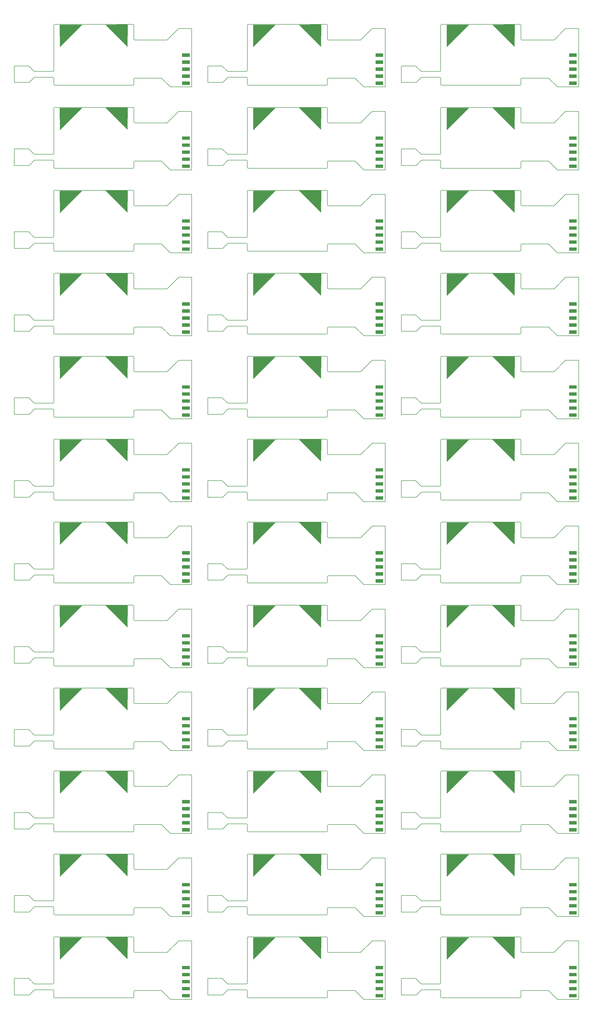
<source format=gbr>
G04 #@! TF.GenerationSoftware,KiCad,Pcbnew,(2017-07-13 revision e01eb2975)-makepkg*
G04 #@! TF.CreationDate,2017-08-29T12:18:45+02:00*
G04 #@! TF.ProjectId,panel,70616E656C2E6B696361645F70636200,rev?*
G04 #@! TF.SameCoordinates,Original
G04 #@! TF.FileFunction,Soldermask,Bot*
G04 #@! TF.FilePolarity,Negative*
%FSLAX46Y46*%
G04 Gerber Fmt 4.6, Leading zero omitted, Abs format (unit mm)*
G04 Created by KiCad (PCBNEW (2017-07-13 revision e01eb2975)-makepkg) date 08/29/17 12:18:45*
%MOMM*%
%LPD*%
G01*
G04 APERTURE LIST*
%ADD10C,0.150000*%
%ADD11C,0.100000*%
G04 APERTURE END LIST*
D10*
X184750000Y-357600000D02*
G75*
G03X185050000Y-357300000I0J300000D01*
G01*
X114750000Y-357600000D02*
G75*
G03X115050000Y-357300000I0J300000D01*
G01*
X44750000Y-357600000D02*
G75*
G03X45050000Y-357300000I0J300000D01*
G01*
X184750000Y-327600000D02*
G75*
G03X185050000Y-327300000I0J300000D01*
G01*
X114750000Y-327600000D02*
G75*
G03X115050000Y-327300000I0J300000D01*
G01*
X44750000Y-327600000D02*
G75*
G03X45050000Y-327300000I0J300000D01*
G01*
X184750000Y-297600000D02*
G75*
G03X185050000Y-297300000I0J300000D01*
G01*
X114750000Y-297600000D02*
G75*
G03X115050000Y-297300000I0J300000D01*
G01*
X44750000Y-297600000D02*
G75*
G03X45050000Y-297300000I0J300000D01*
G01*
X184750000Y-267600000D02*
G75*
G03X185050000Y-267300000I0J300000D01*
G01*
X114750000Y-267600000D02*
G75*
G03X115050000Y-267300000I0J300000D01*
G01*
X44750000Y-267600000D02*
G75*
G03X45050000Y-267300000I0J300000D01*
G01*
X184750000Y-237600000D02*
G75*
G03X185050000Y-237300000I0J300000D01*
G01*
X114750000Y-237600000D02*
G75*
G03X115050000Y-237300000I0J300000D01*
G01*
X44750000Y-237600000D02*
G75*
G03X45050000Y-237300000I0J300000D01*
G01*
X184750000Y-207600000D02*
G75*
G03X185050000Y-207300000I0J300000D01*
G01*
X114750000Y-207600000D02*
G75*
G03X115050000Y-207300000I0J300000D01*
G01*
X44750000Y-207600000D02*
G75*
G03X45050000Y-207300000I0J300000D01*
G01*
X184750000Y-177600000D02*
G75*
G03X185050000Y-177300000I0J300000D01*
G01*
X114750000Y-177600000D02*
G75*
G03X115050000Y-177300000I0J300000D01*
G01*
X44750000Y-177600000D02*
G75*
G03X45050000Y-177300000I0J300000D01*
G01*
X184750000Y-147600000D02*
G75*
G03X185050000Y-147300000I0J300000D01*
G01*
X114750000Y-147600000D02*
G75*
G03X115050000Y-147300000I0J300000D01*
G01*
X44750000Y-147600000D02*
G75*
G03X45050000Y-147300000I0J300000D01*
G01*
X184750000Y-117600000D02*
G75*
G03X185050000Y-117300000I0J300000D01*
G01*
X114750000Y-117600000D02*
G75*
G03X115050000Y-117300000I0J300000D01*
G01*
X44750000Y-117600000D02*
G75*
G03X45050000Y-117300000I0J300000D01*
G01*
X184750000Y-87600000D02*
G75*
G03X185050000Y-87300000I0J300000D01*
G01*
X114750000Y-87600000D02*
G75*
G03X115050000Y-87300000I0J300000D01*
G01*
X44750000Y-87600000D02*
G75*
G03X45050000Y-87300000I0J300000D01*
G01*
X184750000Y-57600000D02*
G75*
G03X185050000Y-57300000I0J300000D01*
G01*
X114750000Y-57600000D02*
G75*
G03X115050000Y-57300000I0J300000D01*
G01*
X44750000Y-57600000D02*
G75*
G03X45050000Y-57300000I0J300000D01*
G01*
X184750000Y-27600000D02*
G75*
G03X185050000Y-27300000I0J300000D01*
G01*
X114750000Y-27600000D02*
G75*
G03X115050000Y-27300000I0J300000D01*
G01*
X148975000Y-352600000D02*
X146975000Y-350600000D01*
X78975000Y-352600000D02*
X76975000Y-350600000D01*
X8975000Y-352600000D02*
X6975000Y-350600000D01*
X148975000Y-322600000D02*
X146975000Y-320600000D01*
X78975000Y-322600000D02*
X76975000Y-320600000D01*
X8975000Y-322600000D02*
X6975000Y-320600000D01*
X148975000Y-292600000D02*
X146975000Y-290600000D01*
X78975000Y-292600000D02*
X76975000Y-290600000D01*
X8975000Y-292600000D02*
X6975000Y-290600000D01*
X148975000Y-262600000D02*
X146975000Y-260600000D01*
X78975000Y-262600000D02*
X76975000Y-260600000D01*
X8975000Y-262600000D02*
X6975000Y-260600000D01*
X148975000Y-232600000D02*
X146975000Y-230600000D01*
X78975000Y-232600000D02*
X76975000Y-230600000D01*
X8975000Y-232600000D02*
X6975000Y-230600000D01*
X148975000Y-202600000D02*
X146975000Y-200600000D01*
X78975000Y-202600000D02*
X76975000Y-200600000D01*
X8975000Y-202600000D02*
X6975000Y-200600000D01*
X148975000Y-172600000D02*
X146975000Y-170600000D01*
X78975000Y-172600000D02*
X76975000Y-170600000D01*
X8975000Y-172600000D02*
X6975000Y-170600000D01*
X148975000Y-142600000D02*
X146975000Y-140600000D01*
X78975000Y-142600000D02*
X76975000Y-140600000D01*
X8975000Y-142600000D02*
X6975000Y-140600000D01*
X148975000Y-112600000D02*
X146975000Y-110600000D01*
X78975000Y-112600000D02*
X76975000Y-110600000D01*
X8975000Y-112600000D02*
X6975000Y-110600000D01*
X148975000Y-82600000D02*
X146975000Y-80600000D01*
X78975000Y-82600000D02*
X76975000Y-80600000D01*
X8975000Y-82600000D02*
X6975000Y-80600000D01*
X148975000Y-52600000D02*
X146975000Y-50600000D01*
X78975000Y-52600000D02*
X76975000Y-50600000D01*
X8975000Y-52600000D02*
X6975000Y-50600000D01*
X148975000Y-22600000D02*
X146975000Y-20600000D01*
X78975000Y-22600000D02*
X76975000Y-20600000D01*
X185050000Y-335900000D02*
G75*
G03X184750000Y-335600000I-300000J0D01*
G01*
X115050000Y-335900000D02*
G75*
G03X114750000Y-335600000I-300000J0D01*
G01*
X45050000Y-335900000D02*
G75*
G03X44750000Y-335600000I-300000J0D01*
G01*
X185050000Y-305900000D02*
G75*
G03X184750000Y-305600000I-300000J0D01*
G01*
X115050000Y-305900000D02*
G75*
G03X114750000Y-305600000I-300000J0D01*
G01*
X45050000Y-305900000D02*
G75*
G03X44750000Y-305600000I-300000J0D01*
G01*
X185050000Y-275900000D02*
G75*
G03X184750000Y-275600000I-300000J0D01*
G01*
X115050000Y-275900000D02*
G75*
G03X114750000Y-275600000I-300000J0D01*
G01*
X45050000Y-275900000D02*
G75*
G03X44750000Y-275600000I-300000J0D01*
G01*
X185050000Y-245900000D02*
G75*
G03X184750000Y-245600000I-300000J0D01*
G01*
X115050000Y-245900000D02*
G75*
G03X114750000Y-245600000I-300000J0D01*
G01*
X45050000Y-245900000D02*
G75*
G03X44750000Y-245600000I-300000J0D01*
G01*
X185050000Y-215900000D02*
G75*
G03X184750000Y-215600000I-300000J0D01*
G01*
X115050000Y-215900000D02*
G75*
G03X114750000Y-215600000I-300000J0D01*
G01*
X45050000Y-215900000D02*
G75*
G03X44750000Y-215600000I-300000J0D01*
G01*
X185050000Y-185900000D02*
G75*
G03X184750000Y-185600000I-300000J0D01*
G01*
X115050000Y-185900000D02*
G75*
G03X114750000Y-185600000I-300000J0D01*
G01*
X45050000Y-185900000D02*
G75*
G03X44750000Y-185600000I-300000J0D01*
G01*
X185050000Y-155900000D02*
G75*
G03X184750000Y-155600000I-300000J0D01*
G01*
X115050000Y-155900000D02*
G75*
G03X114750000Y-155600000I-300000J0D01*
G01*
X45050000Y-155900000D02*
G75*
G03X44750000Y-155600000I-300000J0D01*
G01*
X185050000Y-125900000D02*
G75*
G03X184750000Y-125600000I-300000J0D01*
G01*
X115050000Y-125900000D02*
G75*
G03X114750000Y-125600000I-300000J0D01*
G01*
X45050000Y-125900000D02*
G75*
G03X44750000Y-125600000I-300000J0D01*
G01*
X185050000Y-95900000D02*
G75*
G03X184750000Y-95600000I-300000J0D01*
G01*
X115050000Y-95900000D02*
G75*
G03X114750000Y-95600000I-300000J0D01*
G01*
X45050000Y-95900000D02*
G75*
G03X44750000Y-95600000I-300000J0D01*
G01*
X185050000Y-65900000D02*
G75*
G03X184750000Y-65600000I-300000J0D01*
G01*
X115050000Y-65900000D02*
G75*
G03X114750000Y-65600000I-300000J0D01*
G01*
X45050000Y-65900000D02*
G75*
G03X44750000Y-65600000I-300000J0D01*
G01*
X185050000Y-35900000D02*
G75*
G03X184750000Y-35600000I-300000J0D01*
G01*
X115050000Y-35900000D02*
G75*
G03X114750000Y-35600000I-300000J0D01*
G01*
X45050000Y-35900000D02*
G75*
G03X44750000Y-35600000I-300000J0D01*
G01*
X185050000Y-5900000D02*
G75*
G03X184750000Y-5600000I-300000J0D01*
G01*
X115050000Y-5900000D02*
G75*
G03X114750000Y-5600000I-300000J0D01*
G01*
X156050000Y-357300000D02*
G75*
G03X156350000Y-357600000I300000J0D01*
G01*
X86050000Y-357300000D02*
G75*
G03X86350000Y-357600000I300000J0D01*
G01*
X16050000Y-357300000D02*
G75*
G03X16350000Y-357600000I300000J0D01*
G01*
X156050000Y-327300000D02*
G75*
G03X156350000Y-327600000I300000J0D01*
G01*
X86050000Y-327300000D02*
G75*
G03X86350000Y-327600000I300000J0D01*
G01*
X16050000Y-327300000D02*
G75*
G03X16350000Y-327600000I300000J0D01*
G01*
X156050000Y-297300000D02*
G75*
G03X156350000Y-297600000I300000J0D01*
G01*
X86050000Y-297300000D02*
G75*
G03X86350000Y-297600000I300000J0D01*
G01*
X16050000Y-297300000D02*
G75*
G03X16350000Y-297600000I300000J0D01*
G01*
X156050000Y-267300000D02*
G75*
G03X156350000Y-267600000I300000J0D01*
G01*
X86050000Y-267300000D02*
G75*
G03X86350000Y-267600000I300000J0D01*
G01*
X16050000Y-267300000D02*
G75*
G03X16350000Y-267600000I300000J0D01*
G01*
X156050000Y-237300000D02*
G75*
G03X156350000Y-237600000I300000J0D01*
G01*
X86050000Y-237300000D02*
G75*
G03X86350000Y-237600000I300000J0D01*
G01*
X16050000Y-237300000D02*
G75*
G03X16350000Y-237600000I300000J0D01*
G01*
X156050000Y-207300000D02*
G75*
G03X156350000Y-207600000I300000J0D01*
G01*
X86050000Y-207300000D02*
G75*
G03X86350000Y-207600000I300000J0D01*
G01*
X16050000Y-207300000D02*
G75*
G03X16350000Y-207600000I300000J0D01*
G01*
X156050000Y-177300000D02*
G75*
G03X156350000Y-177600000I300000J0D01*
G01*
X86050000Y-177300000D02*
G75*
G03X86350000Y-177600000I300000J0D01*
G01*
X16050000Y-177300000D02*
G75*
G03X16350000Y-177600000I300000J0D01*
G01*
X156050000Y-147300000D02*
G75*
G03X156350000Y-147600000I300000J0D01*
G01*
X86050000Y-147300000D02*
G75*
G03X86350000Y-147600000I300000J0D01*
G01*
X16050000Y-147300000D02*
G75*
G03X16350000Y-147600000I300000J0D01*
G01*
X156050000Y-117300000D02*
G75*
G03X156350000Y-117600000I300000J0D01*
G01*
X86050000Y-117300000D02*
G75*
G03X86350000Y-117600000I300000J0D01*
G01*
X16050000Y-117300000D02*
G75*
G03X16350000Y-117600000I300000J0D01*
G01*
X156050000Y-87300000D02*
G75*
G03X156350000Y-87600000I300000J0D01*
G01*
X86050000Y-87300000D02*
G75*
G03X86350000Y-87600000I300000J0D01*
G01*
X16050000Y-87300000D02*
G75*
G03X16350000Y-87600000I300000J0D01*
G01*
X156050000Y-57300000D02*
G75*
G03X156350000Y-57600000I300000J0D01*
G01*
X86050000Y-57300000D02*
G75*
G03X86350000Y-57600000I300000J0D01*
G01*
X16050000Y-57300000D02*
G75*
G03X16350000Y-57600000I300000J0D01*
G01*
X156050000Y-27300000D02*
G75*
G03X156350000Y-27600000I300000J0D01*
G01*
X86050000Y-27300000D02*
G75*
G03X86350000Y-27600000I300000J0D01*
G01*
X156350000Y-357600000D02*
X184750000Y-357600000D01*
X86350000Y-357600000D02*
X114750000Y-357600000D01*
X16350000Y-357600000D02*
X44750000Y-357600000D01*
X156350000Y-327600000D02*
X184750000Y-327600000D01*
X86350000Y-327600000D02*
X114750000Y-327600000D01*
X16350000Y-327600000D02*
X44750000Y-327600000D01*
X156350000Y-297600000D02*
X184750000Y-297600000D01*
X86350000Y-297600000D02*
X114750000Y-297600000D01*
X16350000Y-297600000D02*
X44750000Y-297600000D01*
X156350000Y-267600000D02*
X184750000Y-267600000D01*
X86350000Y-267600000D02*
X114750000Y-267600000D01*
X16350000Y-267600000D02*
X44750000Y-267600000D01*
X156350000Y-237600000D02*
X184750000Y-237600000D01*
X86350000Y-237600000D02*
X114750000Y-237600000D01*
X16350000Y-237600000D02*
X44750000Y-237600000D01*
X156350000Y-207600000D02*
X184750000Y-207600000D01*
X86350000Y-207600000D02*
X114750000Y-207600000D01*
X16350000Y-207600000D02*
X44750000Y-207600000D01*
X156350000Y-177600000D02*
X184750000Y-177600000D01*
X86350000Y-177600000D02*
X114750000Y-177600000D01*
X16350000Y-177600000D02*
X44750000Y-177600000D01*
X156350000Y-147600000D02*
X184750000Y-147600000D01*
X86350000Y-147600000D02*
X114750000Y-147600000D01*
X16350000Y-147600000D02*
X44750000Y-147600000D01*
X156350000Y-117600000D02*
X184750000Y-117600000D01*
X86350000Y-117600000D02*
X114750000Y-117600000D01*
X16350000Y-117600000D02*
X44750000Y-117600000D01*
X156350000Y-87600000D02*
X184750000Y-87600000D01*
X86350000Y-87600000D02*
X114750000Y-87600000D01*
X16350000Y-87600000D02*
X44750000Y-87600000D01*
X156350000Y-57600000D02*
X184750000Y-57600000D01*
X86350000Y-57600000D02*
X114750000Y-57600000D01*
X16350000Y-57600000D02*
X44750000Y-57600000D01*
X156350000Y-27600000D02*
X184750000Y-27600000D01*
X86350000Y-27600000D02*
X114750000Y-27600000D01*
X156350000Y-335600000D02*
G75*
G03X156050000Y-335900000I0J-300000D01*
G01*
X86350000Y-335600000D02*
G75*
G03X86050000Y-335900000I0J-300000D01*
G01*
X16350000Y-335600000D02*
G75*
G03X16050000Y-335900000I0J-300000D01*
G01*
X156350000Y-305600000D02*
G75*
G03X156050000Y-305900000I0J-300000D01*
G01*
X86350000Y-305600000D02*
G75*
G03X86050000Y-305900000I0J-300000D01*
G01*
X16350000Y-305600000D02*
G75*
G03X16050000Y-305900000I0J-300000D01*
G01*
X156350000Y-275600000D02*
G75*
G03X156050000Y-275900000I0J-300000D01*
G01*
X86350000Y-275600000D02*
G75*
G03X86050000Y-275900000I0J-300000D01*
G01*
X16350000Y-275600000D02*
G75*
G03X16050000Y-275900000I0J-300000D01*
G01*
X156350000Y-245600000D02*
G75*
G03X156050000Y-245900000I0J-300000D01*
G01*
X86350000Y-245600000D02*
G75*
G03X86050000Y-245900000I0J-300000D01*
G01*
X16350000Y-245600000D02*
G75*
G03X16050000Y-245900000I0J-300000D01*
G01*
X156350000Y-215600000D02*
G75*
G03X156050000Y-215900000I0J-300000D01*
G01*
X86350000Y-215600000D02*
G75*
G03X86050000Y-215900000I0J-300000D01*
G01*
X16350000Y-215600000D02*
G75*
G03X16050000Y-215900000I0J-300000D01*
G01*
X156350000Y-185600000D02*
G75*
G03X156050000Y-185900000I0J-300000D01*
G01*
X86350000Y-185600000D02*
G75*
G03X86050000Y-185900000I0J-300000D01*
G01*
X16350000Y-185600000D02*
G75*
G03X16050000Y-185900000I0J-300000D01*
G01*
X156350000Y-155600000D02*
G75*
G03X156050000Y-155900000I0J-300000D01*
G01*
X86350000Y-155600000D02*
G75*
G03X86050000Y-155900000I0J-300000D01*
G01*
X16350000Y-155600000D02*
G75*
G03X16050000Y-155900000I0J-300000D01*
G01*
X156350000Y-125600000D02*
G75*
G03X156050000Y-125900000I0J-300000D01*
G01*
X86350000Y-125600000D02*
G75*
G03X86050000Y-125900000I0J-300000D01*
G01*
X16350000Y-125600000D02*
G75*
G03X16050000Y-125900000I0J-300000D01*
G01*
X156350000Y-95600000D02*
G75*
G03X156050000Y-95900000I0J-300000D01*
G01*
X86350000Y-95600000D02*
G75*
G03X86050000Y-95900000I0J-300000D01*
G01*
X16350000Y-95600000D02*
G75*
G03X16050000Y-95900000I0J-300000D01*
G01*
X156350000Y-65600000D02*
G75*
G03X156050000Y-65900000I0J-300000D01*
G01*
X86350000Y-65600000D02*
G75*
G03X86050000Y-65900000I0J-300000D01*
G01*
X16350000Y-65600000D02*
G75*
G03X16050000Y-65900000I0J-300000D01*
G01*
X156350000Y-35600000D02*
G75*
G03X156050000Y-35900000I0J-300000D01*
G01*
X86350000Y-35600000D02*
G75*
G03X86050000Y-35900000I0J-300000D01*
G01*
X16350000Y-35600000D02*
G75*
G03X16050000Y-35900000I0J-300000D01*
G01*
X156350000Y-5600000D02*
G75*
G03X156050000Y-5900000I0J-300000D01*
G01*
X86350000Y-5600000D02*
G75*
G03X86050000Y-5900000I0J-300000D01*
G01*
X146975000Y-350600000D02*
X141775000Y-350600000D01*
X76975000Y-350600000D02*
X71775000Y-350600000D01*
X6975000Y-350600000D02*
X1775000Y-350600000D01*
X146975000Y-320600000D02*
X141775000Y-320600000D01*
X76975000Y-320600000D02*
X71775000Y-320600000D01*
X6975000Y-320600000D02*
X1775000Y-320600000D01*
X146975000Y-290600000D02*
X141775000Y-290600000D01*
X76975000Y-290600000D02*
X71775000Y-290600000D01*
X6975000Y-290600000D02*
X1775000Y-290600000D01*
X146975000Y-260600000D02*
X141775000Y-260600000D01*
X76975000Y-260600000D02*
X71775000Y-260600000D01*
X6975000Y-260600000D02*
X1775000Y-260600000D01*
X146975000Y-230600000D02*
X141775000Y-230600000D01*
X76975000Y-230600000D02*
X71775000Y-230600000D01*
X6975000Y-230600000D02*
X1775000Y-230600000D01*
X146975000Y-200600000D02*
X141775000Y-200600000D01*
X76975000Y-200600000D02*
X71775000Y-200600000D01*
X6975000Y-200600000D02*
X1775000Y-200600000D01*
X146975000Y-170600000D02*
X141775000Y-170600000D01*
X76975000Y-170600000D02*
X71775000Y-170600000D01*
X6975000Y-170600000D02*
X1775000Y-170600000D01*
X146975000Y-140600000D02*
X141775000Y-140600000D01*
X76975000Y-140600000D02*
X71775000Y-140600000D01*
X6975000Y-140600000D02*
X1775000Y-140600000D01*
X146975000Y-110600000D02*
X141775000Y-110600000D01*
X76975000Y-110600000D02*
X71775000Y-110600000D01*
X6975000Y-110600000D02*
X1775000Y-110600000D01*
X146975000Y-80600000D02*
X141775000Y-80600000D01*
X76975000Y-80600000D02*
X71775000Y-80600000D01*
X6975000Y-80600000D02*
X1775000Y-80600000D01*
X146975000Y-50600000D02*
X141775000Y-50600000D01*
X76975000Y-50600000D02*
X71775000Y-50600000D01*
X6975000Y-50600000D02*
X1775000Y-50600000D01*
X146975000Y-20600000D02*
X141775000Y-20600000D01*
X76975000Y-20600000D02*
X71775000Y-20600000D01*
X141775000Y-350600000D02*
X141775000Y-355300000D01*
X71775000Y-350600000D02*
X71775000Y-355300000D01*
X1775000Y-350600000D02*
X1775000Y-355300000D01*
X141775000Y-320600000D02*
X141775000Y-325300000D01*
X71775000Y-320600000D02*
X71775000Y-325300000D01*
X1775000Y-320600000D02*
X1775000Y-325300000D01*
X141775000Y-290600000D02*
X141775000Y-295300000D01*
X71775000Y-290600000D02*
X71775000Y-295300000D01*
X1775000Y-290600000D02*
X1775000Y-295300000D01*
X141775000Y-260600000D02*
X141775000Y-265300000D01*
X71775000Y-260600000D02*
X71775000Y-265300000D01*
X1775000Y-260600000D02*
X1775000Y-265300000D01*
X141775000Y-230600000D02*
X141775000Y-235300000D01*
X71775000Y-230600000D02*
X71775000Y-235300000D01*
X1775000Y-230600000D02*
X1775000Y-235300000D01*
X141775000Y-200600000D02*
X141775000Y-205300000D01*
X71775000Y-200600000D02*
X71775000Y-205300000D01*
X1775000Y-200600000D02*
X1775000Y-205300000D01*
X141775000Y-170600000D02*
X141775000Y-175300000D01*
X71775000Y-170600000D02*
X71775000Y-175300000D01*
X1775000Y-170600000D02*
X1775000Y-175300000D01*
X141775000Y-140600000D02*
X141775000Y-145300000D01*
X71775000Y-140600000D02*
X71775000Y-145300000D01*
X1775000Y-140600000D02*
X1775000Y-145300000D01*
X141775000Y-110600000D02*
X141775000Y-115300000D01*
X71775000Y-110600000D02*
X71775000Y-115300000D01*
X1775000Y-110600000D02*
X1775000Y-115300000D01*
X141775000Y-80600000D02*
X141775000Y-85300000D01*
X71775000Y-80600000D02*
X71775000Y-85300000D01*
X1775000Y-80600000D02*
X1775000Y-85300000D01*
X141775000Y-50600000D02*
X141775000Y-55300000D01*
X71775000Y-50600000D02*
X71775000Y-55300000D01*
X1775000Y-50600000D02*
X1775000Y-55300000D01*
X141775000Y-20600000D02*
X141775000Y-25300000D01*
X71775000Y-20600000D02*
X71775000Y-25300000D01*
X141775000Y-355300000D02*
X141775000Y-356600000D01*
X71775000Y-355300000D02*
X71775000Y-356600000D01*
X1775000Y-355300000D02*
X1775000Y-356600000D01*
X141775000Y-325300000D02*
X141775000Y-326600000D01*
X71775000Y-325300000D02*
X71775000Y-326600000D01*
X1775000Y-325300000D02*
X1775000Y-326600000D01*
X141775000Y-295300000D02*
X141775000Y-296600000D01*
X71775000Y-295300000D02*
X71775000Y-296600000D01*
X1775000Y-295300000D02*
X1775000Y-296600000D01*
X141775000Y-265300000D02*
X141775000Y-266600000D01*
X71775000Y-265300000D02*
X71775000Y-266600000D01*
X1775000Y-265300000D02*
X1775000Y-266600000D01*
X141775000Y-235300000D02*
X141775000Y-236600000D01*
X71775000Y-235300000D02*
X71775000Y-236600000D01*
X1775000Y-235300000D02*
X1775000Y-236600000D01*
X141775000Y-205300000D02*
X141775000Y-206600000D01*
X71775000Y-205300000D02*
X71775000Y-206600000D01*
X1775000Y-205300000D02*
X1775000Y-206600000D01*
X141775000Y-175300000D02*
X141775000Y-176600000D01*
X71775000Y-175300000D02*
X71775000Y-176600000D01*
X1775000Y-175300000D02*
X1775000Y-176600000D01*
X141775000Y-145300000D02*
X141775000Y-146600000D01*
X71775000Y-145300000D02*
X71775000Y-146600000D01*
X1775000Y-145300000D02*
X1775000Y-146600000D01*
X141775000Y-115300000D02*
X141775000Y-116600000D01*
X71775000Y-115300000D02*
X71775000Y-116600000D01*
X1775000Y-115300000D02*
X1775000Y-116600000D01*
X141775000Y-85300000D02*
X141775000Y-86600000D01*
X71775000Y-85300000D02*
X71775000Y-86600000D01*
X1775000Y-85300000D02*
X1775000Y-86600000D01*
X141775000Y-55300000D02*
X141775000Y-56600000D01*
X71775000Y-55300000D02*
X71775000Y-56600000D01*
X1775000Y-55300000D02*
X1775000Y-56600000D01*
X141775000Y-25300000D02*
X141775000Y-26600000D01*
X71775000Y-25300000D02*
X71775000Y-26600000D01*
X156350000Y-335600000D02*
X184750000Y-335600000D01*
X86350000Y-335600000D02*
X114750000Y-335600000D01*
X16350000Y-335600000D02*
X44750000Y-335600000D01*
X156350000Y-305600000D02*
X184750000Y-305600000D01*
X86350000Y-305600000D02*
X114750000Y-305600000D01*
X16350000Y-305600000D02*
X44750000Y-305600000D01*
X156350000Y-275600000D02*
X184750000Y-275600000D01*
X86350000Y-275600000D02*
X114750000Y-275600000D01*
X16350000Y-275600000D02*
X44750000Y-275600000D01*
X156350000Y-245600000D02*
X184750000Y-245600000D01*
X86350000Y-245600000D02*
X114750000Y-245600000D01*
X16350000Y-245600000D02*
X44750000Y-245600000D01*
X156350000Y-215600000D02*
X184750000Y-215600000D01*
X86350000Y-215600000D02*
X114750000Y-215600000D01*
X16350000Y-215600000D02*
X44750000Y-215600000D01*
X156350000Y-185600000D02*
X184750000Y-185600000D01*
X86350000Y-185600000D02*
X114750000Y-185600000D01*
X16350000Y-185600000D02*
X44750000Y-185600000D01*
X156350000Y-155600000D02*
X184750000Y-155600000D01*
X86350000Y-155600000D02*
X114750000Y-155600000D01*
X16350000Y-155600000D02*
X44750000Y-155600000D01*
X156350000Y-125600000D02*
X184750000Y-125600000D01*
X86350000Y-125600000D02*
X114750000Y-125600000D01*
X16350000Y-125600000D02*
X44750000Y-125600000D01*
X156350000Y-95600000D02*
X184750000Y-95600000D01*
X86350000Y-95600000D02*
X114750000Y-95600000D01*
X16350000Y-95600000D02*
X44750000Y-95600000D01*
X156350000Y-65600000D02*
X184750000Y-65600000D01*
X86350000Y-65600000D02*
X114750000Y-65600000D01*
X16350000Y-65600000D02*
X44750000Y-65600000D01*
X156350000Y-35600000D02*
X184750000Y-35600000D01*
X86350000Y-35600000D02*
X114750000Y-35600000D01*
X16350000Y-35600000D02*
X44750000Y-35600000D01*
X156350000Y-5600000D02*
X184750000Y-5600000D01*
X86350000Y-5600000D02*
X114750000Y-5600000D01*
X141775000Y-356600000D02*
X147175000Y-356600000D01*
X71775000Y-356600000D02*
X77175000Y-356600000D01*
X1775000Y-356600000D02*
X7175000Y-356600000D01*
X141775000Y-326600000D02*
X147175000Y-326600000D01*
X71775000Y-326600000D02*
X77175000Y-326600000D01*
X1775000Y-326600000D02*
X7175000Y-326600000D01*
X141775000Y-296600000D02*
X147175000Y-296600000D01*
X71775000Y-296600000D02*
X77175000Y-296600000D01*
X1775000Y-296600000D02*
X7175000Y-296600000D01*
X141775000Y-266600000D02*
X147175000Y-266600000D01*
X71775000Y-266600000D02*
X77175000Y-266600000D01*
X1775000Y-266600000D02*
X7175000Y-266600000D01*
X141775000Y-236600000D02*
X147175000Y-236600000D01*
X71775000Y-236600000D02*
X77175000Y-236600000D01*
X1775000Y-236600000D02*
X7175000Y-236600000D01*
X141775000Y-206600000D02*
X147175000Y-206600000D01*
X71775000Y-206600000D02*
X77175000Y-206600000D01*
X1775000Y-206600000D02*
X7175000Y-206600000D01*
X141775000Y-176600000D02*
X147175000Y-176600000D01*
X71775000Y-176600000D02*
X77175000Y-176600000D01*
X1775000Y-176600000D02*
X7175000Y-176600000D01*
X141775000Y-146600000D02*
X147175000Y-146600000D01*
X71775000Y-146600000D02*
X77175000Y-146600000D01*
X1775000Y-146600000D02*
X7175000Y-146600000D01*
X141775000Y-116600000D02*
X147175000Y-116600000D01*
X71775000Y-116600000D02*
X77175000Y-116600000D01*
X1775000Y-116600000D02*
X7175000Y-116600000D01*
X141775000Y-86600000D02*
X147175000Y-86600000D01*
X71775000Y-86600000D02*
X77175000Y-86600000D01*
X1775000Y-86600000D02*
X7175000Y-86600000D01*
X141775000Y-56600000D02*
X147175000Y-56600000D01*
X71775000Y-56600000D02*
X77175000Y-56600000D01*
X1775000Y-56600000D02*
X7175000Y-56600000D01*
X141775000Y-26600000D02*
X147175000Y-26600000D01*
X71775000Y-26600000D02*
X77175000Y-26600000D01*
X147175000Y-356600000D02*
X149075000Y-354700000D01*
X77175000Y-356600000D02*
X79075000Y-354700000D01*
X7175000Y-356600000D02*
X9075000Y-354700000D01*
X147175000Y-326600000D02*
X149075000Y-324700000D01*
X77175000Y-326600000D02*
X79075000Y-324700000D01*
X7175000Y-326600000D02*
X9075000Y-324700000D01*
X147175000Y-296600000D02*
X149075000Y-294700000D01*
X77175000Y-296600000D02*
X79075000Y-294700000D01*
X7175000Y-296600000D02*
X9075000Y-294700000D01*
X147175000Y-266600000D02*
X149075000Y-264700000D01*
X77175000Y-266600000D02*
X79075000Y-264700000D01*
X7175000Y-266600000D02*
X9075000Y-264700000D01*
X147175000Y-236600000D02*
X149075000Y-234700000D01*
X77175000Y-236600000D02*
X79075000Y-234700000D01*
X7175000Y-236600000D02*
X9075000Y-234700000D01*
X147175000Y-206600000D02*
X149075000Y-204700000D01*
X77175000Y-206600000D02*
X79075000Y-204700000D01*
X7175000Y-206600000D02*
X9075000Y-204700000D01*
X147175000Y-176600000D02*
X149075000Y-174700000D01*
X77175000Y-176600000D02*
X79075000Y-174700000D01*
X7175000Y-176600000D02*
X9075000Y-174700000D01*
X147175000Y-146600000D02*
X149075000Y-144700000D01*
X77175000Y-146600000D02*
X79075000Y-144700000D01*
X7175000Y-146600000D02*
X9075000Y-144700000D01*
X147175000Y-116600000D02*
X149075000Y-114700000D01*
X77175000Y-116600000D02*
X79075000Y-114700000D01*
X7175000Y-116600000D02*
X9075000Y-114700000D01*
X147175000Y-86600000D02*
X149075000Y-84700000D01*
X77175000Y-86600000D02*
X79075000Y-84700000D01*
X7175000Y-86600000D02*
X9075000Y-84700000D01*
X147175000Y-56600000D02*
X149075000Y-54700000D01*
X77175000Y-56600000D02*
X79075000Y-54700000D01*
X7175000Y-56600000D02*
X9075000Y-54700000D01*
X147175000Y-26600000D02*
X149075000Y-24700000D01*
X77175000Y-26600000D02*
X79075000Y-24700000D01*
X156055000Y-357295000D02*
X156055000Y-354995000D01*
X86055000Y-357295000D02*
X86055000Y-354995000D01*
X16055000Y-357295000D02*
X16055000Y-354995000D01*
X156055000Y-327295000D02*
X156055000Y-324995000D01*
X86055000Y-327295000D02*
X86055000Y-324995000D01*
X16055000Y-327295000D02*
X16055000Y-324995000D01*
X156055000Y-297295000D02*
X156055000Y-294995000D01*
X86055000Y-297295000D02*
X86055000Y-294995000D01*
X16055000Y-297295000D02*
X16055000Y-294995000D01*
X156055000Y-267295000D02*
X156055000Y-264995000D01*
X86055000Y-267295000D02*
X86055000Y-264995000D01*
X16055000Y-267295000D02*
X16055000Y-264995000D01*
X156055000Y-237295000D02*
X156055000Y-234995000D01*
X86055000Y-237295000D02*
X86055000Y-234995000D01*
X16055000Y-237295000D02*
X16055000Y-234995000D01*
X156055000Y-207295000D02*
X156055000Y-204995000D01*
X86055000Y-207295000D02*
X86055000Y-204995000D01*
X16055000Y-207295000D02*
X16055000Y-204995000D01*
X156055000Y-177295000D02*
X156055000Y-174995000D01*
X86055000Y-177295000D02*
X86055000Y-174995000D01*
X16055000Y-177295000D02*
X16055000Y-174995000D01*
X156055000Y-147295000D02*
X156055000Y-144995000D01*
X86055000Y-147295000D02*
X86055000Y-144995000D01*
X16055000Y-147295000D02*
X16055000Y-144995000D01*
X156055000Y-117295000D02*
X156055000Y-114995000D01*
X86055000Y-117295000D02*
X86055000Y-114995000D01*
X16055000Y-117295000D02*
X16055000Y-114995000D01*
X156055000Y-87295000D02*
X156055000Y-84995000D01*
X86055000Y-87295000D02*
X86055000Y-84995000D01*
X16055000Y-87295000D02*
X16055000Y-84995000D01*
X156055000Y-57295000D02*
X156055000Y-54995000D01*
X86055000Y-57295000D02*
X86055000Y-54995000D01*
X16055000Y-57295000D02*
X16055000Y-54995000D01*
X156055000Y-27295000D02*
X156055000Y-24995000D01*
X86055000Y-27295000D02*
X86055000Y-24995000D01*
X205950000Y-345400000D02*
X205950000Y-358200000D01*
X135950000Y-345400000D02*
X135950000Y-358200000D01*
X65950000Y-345400000D02*
X65950000Y-358200000D01*
X205950000Y-315400000D02*
X205950000Y-328200000D01*
X135950000Y-315400000D02*
X135950000Y-328200000D01*
X65950000Y-315400000D02*
X65950000Y-328200000D01*
X205950000Y-285400000D02*
X205950000Y-298200000D01*
X135950000Y-285400000D02*
X135950000Y-298200000D01*
X65950000Y-285400000D02*
X65950000Y-298200000D01*
X205950000Y-255400000D02*
X205950000Y-268200000D01*
X135950000Y-255400000D02*
X135950000Y-268200000D01*
X65950000Y-255400000D02*
X65950000Y-268200000D01*
X205950000Y-225400000D02*
X205950000Y-238200000D01*
X135950000Y-225400000D02*
X135950000Y-238200000D01*
X65950000Y-225400000D02*
X65950000Y-238200000D01*
X205950000Y-195400000D02*
X205950000Y-208200000D01*
X135950000Y-195400000D02*
X135950000Y-208200000D01*
X65950000Y-195400000D02*
X65950000Y-208200000D01*
X205950000Y-165400000D02*
X205950000Y-178200000D01*
X135950000Y-165400000D02*
X135950000Y-178200000D01*
X65950000Y-165400000D02*
X65950000Y-178200000D01*
X205950000Y-135400000D02*
X205950000Y-148200000D01*
X135950000Y-135400000D02*
X135950000Y-148200000D01*
X65950000Y-135400000D02*
X65950000Y-148200000D01*
X205950000Y-105400000D02*
X205950000Y-118200000D01*
X135950000Y-105400000D02*
X135950000Y-118200000D01*
X65950000Y-105400000D02*
X65950000Y-118200000D01*
X205950000Y-75400000D02*
X205950000Y-88200000D01*
X135950000Y-75400000D02*
X135950000Y-88200000D01*
X65950000Y-75400000D02*
X65950000Y-88200000D01*
X205950000Y-45400000D02*
X205950000Y-58200000D01*
X135950000Y-45400000D02*
X135950000Y-58200000D01*
X65950000Y-45400000D02*
X65950000Y-58200000D01*
X205950000Y-15400000D02*
X205950000Y-28200000D01*
X135950000Y-15400000D02*
X135950000Y-28200000D01*
X205950000Y-358200000D02*
X198250000Y-358200000D01*
X135950000Y-358200000D02*
X128250000Y-358200000D01*
X65950000Y-358200000D02*
X58250000Y-358200000D01*
X205950000Y-328200000D02*
X198250000Y-328200000D01*
X135950000Y-328200000D02*
X128250000Y-328200000D01*
X65950000Y-328200000D02*
X58250000Y-328200000D01*
X205950000Y-298200000D02*
X198250000Y-298200000D01*
X135950000Y-298200000D02*
X128250000Y-298200000D01*
X65950000Y-298200000D02*
X58250000Y-298200000D01*
X205950000Y-268200000D02*
X198250000Y-268200000D01*
X135950000Y-268200000D02*
X128250000Y-268200000D01*
X65950000Y-268200000D02*
X58250000Y-268200000D01*
X205950000Y-238200000D02*
X198250000Y-238200000D01*
X135950000Y-238200000D02*
X128250000Y-238200000D01*
X65950000Y-238200000D02*
X58250000Y-238200000D01*
X205950000Y-208200000D02*
X198250000Y-208200000D01*
X135950000Y-208200000D02*
X128250000Y-208200000D01*
X65950000Y-208200000D02*
X58250000Y-208200000D01*
X205950000Y-178200000D02*
X198250000Y-178200000D01*
X135950000Y-178200000D02*
X128250000Y-178200000D01*
X65950000Y-178200000D02*
X58250000Y-178200000D01*
X205950000Y-148200000D02*
X198250000Y-148200000D01*
X135950000Y-148200000D02*
X128250000Y-148200000D01*
X65950000Y-148200000D02*
X58250000Y-148200000D01*
X205950000Y-118200000D02*
X198250000Y-118200000D01*
X135950000Y-118200000D02*
X128250000Y-118200000D01*
X65950000Y-118200000D02*
X58250000Y-118200000D01*
X205950000Y-88200000D02*
X198250000Y-88200000D01*
X135950000Y-88200000D02*
X128250000Y-88200000D01*
X65950000Y-88200000D02*
X58250000Y-88200000D01*
X205950000Y-58200000D02*
X198250000Y-58200000D01*
X135950000Y-58200000D02*
X128250000Y-58200000D01*
X65950000Y-58200000D02*
X58250000Y-58200000D01*
X205950000Y-28200000D02*
X198250000Y-28200000D01*
X135950000Y-28200000D02*
X128250000Y-28200000D01*
X198250000Y-358200000D02*
X195050000Y-355000000D01*
X128250000Y-358200000D02*
X125050000Y-355000000D01*
X58250000Y-358200000D02*
X55050000Y-355000000D01*
X198250000Y-328200000D02*
X195050000Y-325000000D01*
X128250000Y-328200000D02*
X125050000Y-325000000D01*
X58250000Y-328200000D02*
X55050000Y-325000000D01*
X198250000Y-298200000D02*
X195050000Y-295000000D01*
X128250000Y-298200000D02*
X125050000Y-295000000D01*
X58250000Y-298200000D02*
X55050000Y-295000000D01*
X198250000Y-268200000D02*
X195050000Y-265000000D01*
X128250000Y-268200000D02*
X125050000Y-265000000D01*
X58250000Y-268200000D02*
X55050000Y-265000000D01*
X198250000Y-238200000D02*
X195050000Y-235000000D01*
X128250000Y-238200000D02*
X125050000Y-235000000D01*
X58250000Y-238200000D02*
X55050000Y-235000000D01*
X198250000Y-208200000D02*
X195050000Y-205000000D01*
X128250000Y-208200000D02*
X125050000Y-205000000D01*
X58250000Y-208200000D02*
X55050000Y-205000000D01*
X198250000Y-178200000D02*
X195050000Y-175000000D01*
X128250000Y-178200000D02*
X125050000Y-175000000D01*
X58250000Y-178200000D02*
X55050000Y-175000000D01*
X198250000Y-148200000D02*
X195050000Y-145000000D01*
X128250000Y-148200000D02*
X125050000Y-145000000D01*
X58250000Y-148200000D02*
X55050000Y-145000000D01*
X198250000Y-118200000D02*
X195050000Y-115000000D01*
X128250000Y-118200000D02*
X125050000Y-115000000D01*
X58250000Y-118200000D02*
X55050000Y-115000000D01*
X198250000Y-88200000D02*
X195050000Y-85000000D01*
X128250000Y-88200000D02*
X125050000Y-85000000D01*
X58250000Y-88200000D02*
X55050000Y-85000000D01*
X198250000Y-58200000D02*
X195050000Y-55000000D01*
X128250000Y-58200000D02*
X125050000Y-55000000D01*
X58250000Y-58200000D02*
X55050000Y-55000000D01*
X198250000Y-28200000D02*
X195050000Y-25000000D01*
X128250000Y-28200000D02*
X125050000Y-25000000D01*
X185050000Y-335900000D02*
X185050000Y-340900000D01*
X115050000Y-335900000D02*
X115050000Y-340900000D01*
X45050000Y-335900000D02*
X45050000Y-340900000D01*
X185050000Y-305900000D02*
X185050000Y-310900000D01*
X115050000Y-305900000D02*
X115050000Y-310900000D01*
X45050000Y-305900000D02*
X45050000Y-310900000D01*
X185050000Y-275900000D02*
X185050000Y-280900000D01*
X115050000Y-275900000D02*
X115050000Y-280900000D01*
X45050000Y-275900000D02*
X45050000Y-280900000D01*
X185050000Y-245900000D02*
X185050000Y-250900000D01*
X115050000Y-245900000D02*
X115050000Y-250900000D01*
X45050000Y-245900000D02*
X45050000Y-250900000D01*
X185050000Y-215900000D02*
X185050000Y-220900000D01*
X115050000Y-215900000D02*
X115050000Y-220900000D01*
X45050000Y-215900000D02*
X45050000Y-220900000D01*
X185050000Y-185900000D02*
X185050000Y-190900000D01*
X115050000Y-185900000D02*
X115050000Y-190900000D01*
X45050000Y-185900000D02*
X45050000Y-190900000D01*
X185050000Y-155900000D02*
X185050000Y-160900000D01*
X115050000Y-155900000D02*
X115050000Y-160900000D01*
X45050000Y-155900000D02*
X45050000Y-160900000D01*
X185050000Y-125900000D02*
X185050000Y-130900000D01*
X115050000Y-125900000D02*
X115050000Y-130900000D01*
X45050000Y-125900000D02*
X45050000Y-130900000D01*
X185050000Y-95900000D02*
X185050000Y-100900000D01*
X115050000Y-95900000D02*
X115050000Y-100900000D01*
X45050000Y-95900000D02*
X45050000Y-100900000D01*
X185050000Y-65900000D02*
X185050000Y-70900000D01*
X115050000Y-65900000D02*
X115050000Y-70900000D01*
X45050000Y-65900000D02*
X45050000Y-70900000D01*
X185050000Y-35900000D02*
X185050000Y-40900000D01*
X115050000Y-35900000D02*
X115050000Y-40900000D01*
X45050000Y-35900000D02*
X45050000Y-40900000D01*
X185050000Y-5900000D02*
X185050000Y-10900000D01*
X115050000Y-5900000D02*
X115050000Y-10900000D01*
X195050000Y-355000000D02*
X185350000Y-355000000D01*
X125050000Y-355000000D02*
X115350000Y-355000000D01*
X55050000Y-355000000D02*
X45350000Y-355000000D01*
X195050000Y-325000000D02*
X185350000Y-325000000D01*
X125050000Y-325000000D02*
X115350000Y-325000000D01*
X55050000Y-325000000D02*
X45350000Y-325000000D01*
X195050000Y-295000000D02*
X185350000Y-295000000D01*
X125050000Y-295000000D02*
X115350000Y-295000000D01*
X55050000Y-295000000D02*
X45350000Y-295000000D01*
X195050000Y-265000000D02*
X185350000Y-265000000D01*
X125050000Y-265000000D02*
X115350000Y-265000000D01*
X55050000Y-265000000D02*
X45350000Y-265000000D01*
X195050000Y-235000000D02*
X185350000Y-235000000D01*
X125050000Y-235000000D02*
X115350000Y-235000000D01*
X55050000Y-235000000D02*
X45350000Y-235000000D01*
X195050000Y-205000000D02*
X185350000Y-205000000D01*
X125050000Y-205000000D02*
X115350000Y-205000000D01*
X55050000Y-205000000D02*
X45350000Y-205000000D01*
X195050000Y-175000000D02*
X185350000Y-175000000D01*
X125050000Y-175000000D02*
X115350000Y-175000000D01*
X55050000Y-175000000D02*
X45350000Y-175000000D01*
X195050000Y-145000000D02*
X185350000Y-145000000D01*
X125050000Y-145000000D02*
X115350000Y-145000000D01*
X55050000Y-145000000D02*
X45350000Y-145000000D01*
X195050000Y-115000000D02*
X185350000Y-115000000D01*
X125050000Y-115000000D02*
X115350000Y-115000000D01*
X55050000Y-115000000D02*
X45350000Y-115000000D01*
X195050000Y-85000000D02*
X185350000Y-85000000D01*
X125050000Y-85000000D02*
X115350000Y-85000000D01*
X55050000Y-85000000D02*
X45350000Y-85000000D01*
X195050000Y-55000000D02*
X185350000Y-55000000D01*
X125050000Y-55000000D02*
X115350000Y-55000000D01*
X55050000Y-55000000D02*
X45350000Y-55000000D01*
X195050000Y-25000000D02*
X185350000Y-25000000D01*
X125050000Y-25000000D02*
X115350000Y-25000000D01*
X185050000Y-357300000D02*
X185050000Y-355300000D01*
X115050000Y-357300000D02*
X115050000Y-355300000D01*
X45050000Y-357300000D02*
X45050000Y-355300000D01*
X185050000Y-327300000D02*
X185050000Y-325300000D01*
X115050000Y-327300000D02*
X115050000Y-325300000D01*
X45050000Y-327300000D02*
X45050000Y-325300000D01*
X185050000Y-297300000D02*
X185050000Y-295300000D01*
X115050000Y-297300000D02*
X115050000Y-295300000D01*
X45050000Y-297300000D02*
X45050000Y-295300000D01*
X185050000Y-267300000D02*
X185050000Y-265300000D01*
X115050000Y-267300000D02*
X115050000Y-265300000D01*
X45050000Y-267300000D02*
X45050000Y-265300000D01*
X185050000Y-237300000D02*
X185050000Y-235300000D01*
X115050000Y-237300000D02*
X115050000Y-235300000D01*
X45050000Y-237300000D02*
X45050000Y-235300000D01*
X185050000Y-207300000D02*
X185050000Y-205300000D01*
X115050000Y-207300000D02*
X115050000Y-205300000D01*
X45050000Y-207300000D02*
X45050000Y-205300000D01*
X185050000Y-177300000D02*
X185050000Y-175300000D01*
X115050000Y-177300000D02*
X115050000Y-175300000D01*
X45050000Y-177300000D02*
X45050000Y-175300000D01*
X185050000Y-147300000D02*
X185050000Y-145300000D01*
X115050000Y-147300000D02*
X115050000Y-145300000D01*
X45050000Y-147300000D02*
X45050000Y-145300000D01*
X185050000Y-117300000D02*
X185050000Y-115300000D01*
X115050000Y-117300000D02*
X115050000Y-115300000D01*
X45050000Y-117300000D02*
X45050000Y-115300000D01*
X185050000Y-87300000D02*
X185050000Y-85300000D01*
X115050000Y-87300000D02*
X115050000Y-85300000D01*
X45050000Y-87300000D02*
X45050000Y-85300000D01*
X185050000Y-57300000D02*
X185050000Y-55300000D01*
X115050000Y-57300000D02*
X115050000Y-55300000D01*
X45050000Y-57300000D02*
X45050000Y-55300000D01*
X185050000Y-27300000D02*
X185050000Y-25300000D01*
X115050000Y-27300000D02*
X115050000Y-25300000D01*
X185350000Y-355000000D02*
G75*
G03X185050000Y-355300000I0J-300000D01*
G01*
X115350000Y-355000000D02*
G75*
G03X115050000Y-355300000I0J-300000D01*
G01*
X45350000Y-355000000D02*
G75*
G03X45050000Y-355300000I0J-300000D01*
G01*
X185350000Y-325000000D02*
G75*
G03X185050000Y-325300000I0J-300000D01*
G01*
X115350000Y-325000000D02*
G75*
G03X115050000Y-325300000I0J-300000D01*
G01*
X45350000Y-325000000D02*
G75*
G03X45050000Y-325300000I0J-300000D01*
G01*
X185350000Y-295000000D02*
G75*
G03X185050000Y-295300000I0J-300000D01*
G01*
X115350000Y-295000000D02*
G75*
G03X115050000Y-295300000I0J-300000D01*
G01*
X45350000Y-295000000D02*
G75*
G03X45050000Y-295300000I0J-300000D01*
G01*
X185350000Y-265000000D02*
G75*
G03X185050000Y-265300000I0J-300000D01*
G01*
X115350000Y-265000000D02*
G75*
G03X115050000Y-265300000I0J-300000D01*
G01*
X45350000Y-265000000D02*
G75*
G03X45050000Y-265300000I0J-300000D01*
G01*
X185350000Y-235000000D02*
G75*
G03X185050000Y-235300000I0J-300000D01*
G01*
X115350000Y-235000000D02*
G75*
G03X115050000Y-235300000I0J-300000D01*
G01*
X45350000Y-235000000D02*
G75*
G03X45050000Y-235300000I0J-300000D01*
G01*
X185350000Y-205000000D02*
G75*
G03X185050000Y-205300000I0J-300000D01*
G01*
X115350000Y-205000000D02*
G75*
G03X115050000Y-205300000I0J-300000D01*
G01*
X45350000Y-205000000D02*
G75*
G03X45050000Y-205300000I0J-300000D01*
G01*
X185350000Y-175000000D02*
G75*
G03X185050000Y-175300000I0J-300000D01*
G01*
X115350000Y-175000000D02*
G75*
G03X115050000Y-175300000I0J-300000D01*
G01*
X45350000Y-175000000D02*
G75*
G03X45050000Y-175300000I0J-300000D01*
G01*
X185350000Y-145000000D02*
G75*
G03X185050000Y-145300000I0J-300000D01*
G01*
X115350000Y-145000000D02*
G75*
G03X115050000Y-145300000I0J-300000D01*
G01*
X45350000Y-145000000D02*
G75*
G03X45050000Y-145300000I0J-300000D01*
G01*
X185350000Y-115000000D02*
G75*
G03X185050000Y-115300000I0J-300000D01*
G01*
X115350000Y-115000000D02*
G75*
G03X115050000Y-115300000I0J-300000D01*
G01*
X45350000Y-115000000D02*
G75*
G03X45050000Y-115300000I0J-300000D01*
G01*
X185350000Y-85000000D02*
G75*
G03X185050000Y-85300000I0J-300000D01*
G01*
X115350000Y-85000000D02*
G75*
G03X115050000Y-85300000I0J-300000D01*
G01*
X45350000Y-85000000D02*
G75*
G03X45050000Y-85300000I0J-300000D01*
G01*
X185350000Y-55000000D02*
G75*
G03X185050000Y-55300000I0J-300000D01*
G01*
X115350000Y-55000000D02*
G75*
G03X115050000Y-55300000I0J-300000D01*
G01*
X45350000Y-55000000D02*
G75*
G03X45050000Y-55300000I0J-300000D01*
G01*
X185350000Y-25000000D02*
G75*
G03X185050000Y-25300000I0J-300000D01*
G01*
X115350000Y-25000000D02*
G75*
G03X115050000Y-25300000I0J-300000D01*
G01*
X197050000Y-341200000D02*
X185350000Y-341200000D01*
X127050000Y-341200000D02*
X115350000Y-341200000D01*
X57050000Y-341200000D02*
X45350000Y-341200000D01*
X197050000Y-311200000D02*
X185350000Y-311200000D01*
X127050000Y-311200000D02*
X115350000Y-311200000D01*
X57050000Y-311200000D02*
X45350000Y-311200000D01*
X197050000Y-281200000D02*
X185350000Y-281200000D01*
X127050000Y-281200000D02*
X115350000Y-281200000D01*
X57050000Y-281200000D02*
X45350000Y-281200000D01*
X197050000Y-251200000D02*
X185350000Y-251200000D01*
X127050000Y-251200000D02*
X115350000Y-251200000D01*
X57050000Y-251200000D02*
X45350000Y-251200000D01*
X197050000Y-221200000D02*
X185350000Y-221200000D01*
X127050000Y-221200000D02*
X115350000Y-221200000D01*
X57050000Y-221200000D02*
X45350000Y-221200000D01*
X197050000Y-191200000D02*
X185350000Y-191200000D01*
X127050000Y-191200000D02*
X115350000Y-191200000D01*
X57050000Y-191200000D02*
X45350000Y-191200000D01*
X197050000Y-161200000D02*
X185350000Y-161200000D01*
X127050000Y-161200000D02*
X115350000Y-161200000D01*
X57050000Y-161200000D02*
X45350000Y-161200000D01*
X197050000Y-131200000D02*
X185350000Y-131200000D01*
X127050000Y-131200000D02*
X115350000Y-131200000D01*
X57050000Y-131200000D02*
X45350000Y-131200000D01*
X197050000Y-101200000D02*
X185350000Y-101200000D01*
X127050000Y-101200000D02*
X115350000Y-101200000D01*
X57050000Y-101200000D02*
X45350000Y-101200000D01*
X197050000Y-71200000D02*
X185350000Y-71200000D01*
X127050000Y-71200000D02*
X115350000Y-71200000D01*
X57050000Y-71200000D02*
X45350000Y-71200000D01*
X197050000Y-41200000D02*
X185350000Y-41200000D01*
X127050000Y-41200000D02*
X115350000Y-41200000D01*
X57050000Y-41200000D02*
X45350000Y-41200000D01*
X197050000Y-11200000D02*
X185350000Y-11200000D01*
X127050000Y-11200000D02*
X115350000Y-11200000D01*
X185050000Y-340900000D02*
G75*
G03X185350000Y-341200000I300000J0D01*
G01*
X115050000Y-340900000D02*
G75*
G03X115350000Y-341200000I300000J0D01*
G01*
X45050000Y-340900000D02*
G75*
G03X45350000Y-341200000I300000J0D01*
G01*
X185050000Y-310900000D02*
G75*
G03X185350000Y-311200000I300000J0D01*
G01*
X115050000Y-310900000D02*
G75*
G03X115350000Y-311200000I300000J0D01*
G01*
X45050000Y-310900000D02*
G75*
G03X45350000Y-311200000I300000J0D01*
G01*
X185050000Y-280900000D02*
G75*
G03X185350000Y-281200000I300000J0D01*
G01*
X115050000Y-280900000D02*
G75*
G03X115350000Y-281200000I300000J0D01*
G01*
X45050000Y-280900000D02*
G75*
G03X45350000Y-281200000I300000J0D01*
G01*
X185050000Y-250900000D02*
G75*
G03X185350000Y-251200000I300000J0D01*
G01*
X115050000Y-250900000D02*
G75*
G03X115350000Y-251200000I300000J0D01*
G01*
X45050000Y-250900000D02*
G75*
G03X45350000Y-251200000I300000J0D01*
G01*
X185050000Y-220900000D02*
G75*
G03X185350000Y-221200000I300000J0D01*
G01*
X115050000Y-220900000D02*
G75*
G03X115350000Y-221200000I300000J0D01*
G01*
X45050000Y-220900000D02*
G75*
G03X45350000Y-221200000I300000J0D01*
G01*
X185050000Y-190900000D02*
G75*
G03X185350000Y-191200000I300000J0D01*
G01*
X115050000Y-190900000D02*
G75*
G03X115350000Y-191200000I300000J0D01*
G01*
X45050000Y-190900000D02*
G75*
G03X45350000Y-191200000I300000J0D01*
G01*
X185050000Y-160900000D02*
G75*
G03X185350000Y-161200000I300000J0D01*
G01*
X115050000Y-160900000D02*
G75*
G03X115350000Y-161200000I300000J0D01*
G01*
X45050000Y-160900000D02*
G75*
G03X45350000Y-161200000I300000J0D01*
G01*
X185050000Y-130900000D02*
G75*
G03X185350000Y-131200000I300000J0D01*
G01*
X115050000Y-130900000D02*
G75*
G03X115350000Y-131200000I300000J0D01*
G01*
X45050000Y-130900000D02*
G75*
G03X45350000Y-131200000I300000J0D01*
G01*
X185050000Y-100900000D02*
G75*
G03X185350000Y-101200000I300000J0D01*
G01*
X115050000Y-100900000D02*
G75*
G03X115350000Y-101200000I300000J0D01*
G01*
X45050000Y-100900000D02*
G75*
G03X45350000Y-101200000I300000J0D01*
G01*
X185050000Y-70900000D02*
G75*
G03X185350000Y-71200000I300000J0D01*
G01*
X115050000Y-70900000D02*
G75*
G03X115350000Y-71200000I300000J0D01*
G01*
X45050000Y-70900000D02*
G75*
G03X45350000Y-71200000I300000J0D01*
G01*
X185050000Y-40900000D02*
G75*
G03X185350000Y-41200000I300000J0D01*
G01*
X115050000Y-40900000D02*
G75*
G03X115350000Y-41200000I300000J0D01*
G01*
X45050000Y-40900000D02*
G75*
G03X45350000Y-41200000I300000J0D01*
G01*
X185050000Y-10900000D02*
G75*
G03X185350000Y-11200000I300000J0D01*
G01*
X115050000Y-10900000D02*
G75*
G03X115350000Y-11200000I300000J0D01*
G01*
X155750000Y-352600000D02*
X148975000Y-352600000D01*
X85750000Y-352600000D02*
X78975000Y-352600000D01*
X15750000Y-352600000D02*
X8975000Y-352600000D01*
X155750000Y-322600000D02*
X148975000Y-322600000D01*
X85750000Y-322600000D02*
X78975000Y-322600000D01*
X15750000Y-322600000D02*
X8975000Y-322600000D01*
X155750000Y-292600000D02*
X148975000Y-292600000D01*
X85750000Y-292600000D02*
X78975000Y-292600000D01*
X15750000Y-292600000D02*
X8975000Y-292600000D01*
X155750000Y-262600000D02*
X148975000Y-262600000D01*
X85750000Y-262600000D02*
X78975000Y-262600000D01*
X15750000Y-262600000D02*
X8975000Y-262600000D01*
X155750000Y-232600000D02*
X148975000Y-232600000D01*
X85750000Y-232600000D02*
X78975000Y-232600000D01*
X15750000Y-232600000D02*
X8975000Y-232600000D01*
X155750000Y-202600000D02*
X148975000Y-202600000D01*
X85750000Y-202600000D02*
X78975000Y-202600000D01*
X15750000Y-202600000D02*
X8975000Y-202600000D01*
X155750000Y-172600000D02*
X148975000Y-172600000D01*
X85750000Y-172600000D02*
X78975000Y-172600000D01*
X15750000Y-172600000D02*
X8975000Y-172600000D01*
X155750000Y-142600000D02*
X148975000Y-142600000D01*
X85750000Y-142600000D02*
X78975000Y-142600000D01*
X15750000Y-142600000D02*
X8975000Y-142600000D01*
X155750000Y-112600000D02*
X148975000Y-112600000D01*
X85750000Y-112600000D02*
X78975000Y-112600000D01*
X15750000Y-112600000D02*
X8975000Y-112600000D01*
X155750000Y-82600000D02*
X148975000Y-82600000D01*
X85750000Y-82600000D02*
X78975000Y-82600000D01*
X15750000Y-82600000D02*
X8975000Y-82600000D01*
X155750000Y-52600000D02*
X148975000Y-52600000D01*
X85750000Y-52600000D02*
X78975000Y-52600000D01*
X15750000Y-52600000D02*
X8975000Y-52600000D01*
X155750000Y-22600000D02*
X148975000Y-22600000D01*
X85750000Y-22600000D02*
X78975000Y-22600000D01*
X156050000Y-352300000D02*
X156050000Y-335900000D01*
X86050000Y-352300000D02*
X86050000Y-335900000D01*
X16050000Y-352300000D02*
X16050000Y-335900000D01*
X156050000Y-322300000D02*
X156050000Y-305900000D01*
X86050000Y-322300000D02*
X86050000Y-305900000D01*
X16050000Y-322300000D02*
X16050000Y-305900000D01*
X156050000Y-292300000D02*
X156050000Y-275900000D01*
X86050000Y-292300000D02*
X86050000Y-275900000D01*
X16050000Y-292300000D02*
X16050000Y-275900000D01*
X156050000Y-262300000D02*
X156050000Y-245900000D01*
X86050000Y-262300000D02*
X86050000Y-245900000D01*
X16050000Y-262300000D02*
X16050000Y-245900000D01*
X156050000Y-232300000D02*
X156050000Y-215900000D01*
X86050000Y-232300000D02*
X86050000Y-215900000D01*
X16050000Y-232300000D02*
X16050000Y-215900000D01*
X156050000Y-202300000D02*
X156050000Y-185900000D01*
X86050000Y-202300000D02*
X86050000Y-185900000D01*
X16050000Y-202300000D02*
X16050000Y-185900000D01*
X156050000Y-172300000D02*
X156050000Y-155900000D01*
X86050000Y-172300000D02*
X86050000Y-155900000D01*
X16050000Y-172300000D02*
X16050000Y-155900000D01*
X156050000Y-142300000D02*
X156050000Y-125900000D01*
X86050000Y-142300000D02*
X86050000Y-125900000D01*
X16050000Y-142300000D02*
X16050000Y-125900000D01*
X156050000Y-112300000D02*
X156050000Y-95900000D01*
X86050000Y-112300000D02*
X86050000Y-95900000D01*
X16050000Y-112300000D02*
X16050000Y-95900000D01*
X156050000Y-82300000D02*
X156050000Y-65900000D01*
X86050000Y-82300000D02*
X86050000Y-65900000D01*
X16050000Y-82300000D02*
X16050000Y-65900000D01*
X156050000Y-52300000D02*
X156050000Y-35900000D01*
X86050000Y-52300000D02*
X86050000Y-35900000D01*
X16050000Y-52300000D02*
X16050000Y-35900000D01*
X156050000Y-22300000D02*
X156050000Y-5900000D01*
X86050000Y-22300000D02*
X86050000Y-5900000D01*
X156055000Y-354995000D02*
G75*
G03X155755000Y-354695000I-300000J0D01*
G01*
X86055000Y-354995000D02*
G75*
G03X85755000Y-354695000I-300000J0D01*
G01*
X16055000Y-354995000D02*
G75*
G03X15755000Y-354695000I-300000J0D01*
G01*
X156055000Y-324995000D02*
G75*
G03X155755000Y-324695000I-300000J0D01*
G01*
X86055000Y-324995000D02*
G75*
G03X85755000Y-324695000I-300000J0D01*
G01*
X16055000Y-324995000D02*
G75*
G03X15755000Y-324695000I-300000J0D01*
G01*
X156055000Y-294995000D02*
G75*
G03X155755000Y-294695000I-300000J0D01*
G01*
X86055000Y-294995000D02*
G75*
G03X85755000Y-294695000I-300000J0D01*
G01*
X16055000Y-294995000D02*
G75*
G03X15755000Y-294695000I-300000J0D01*
G01*
X156055000Y-264995000D02*
G75*
G03X155755000Y-264695000I-300000J0D01*
G01*
X86055000Y-264995000D02*
G75*
G03X85755000Y-264695000I-300000J0D01*
G01*
X16055000Y-264995000D02*
G75*
G03X15755000Y-264695000I-300000J0D01*
G01*
X156055000Y-234995000D02*
G75*
G03X155755000Y-234695000I-300000J0D01*
G01*
X86055000Y-234995000D02*
G75*
G03X85755000Y-234695000I-300000J0D01*
G01*
X16055000Y-234995000D02*
G75*
G03X15755000Y-234695000I-300000J0D01*
G01*
X156055000Y-204995000D02*
G75*
G03X155755000Y-204695000I-300000J0D01*
G01*
X86055000Y-204995000D02*
G75*
G03X85755000Y-204695000I-300000J0D01*
G01*
X16055000Y-204995000D02*
G75*
G03X15755000Y-204695000I-300000J0D01*
G01*
X156055000Y-174995000D02*
G75*
G03X155755000Y-174695000I-300000J0D01*
G01*
X86055000Y-174995000D02*
G75*
G03X85755000Y-174695000I-300000J0D01*
G01*
X16055000Y-174995000D02*
G75*
G03X15755000Y-174695000I-300000J0D01*
G01*
X156055000Y-144995000D02*
G75*
G03X155755000Y-144695000I-300000J0D01*
G01*
X86055000Y-144995000D02*
G75*
G03X85755000Y-144695000I-300000J0D01*
G01*
X16055000Y-144995000D02*
G75*
G03X15755000Y-144695000I-300000J0D01*
G01*
X156055000Y-114995000D02*
G75*
G03X155755000Y-114695000I-300000J0D01*
G01*
X86055000Y-114995000D02*
G75*
G03X85755000Y-114695000I-300000J0D01*
G01*
X16055000Y-114995000D02*
G75*
G03X15755000Y-114695000I-300000J0D01*
G01*
X156055000Y-84995000D02*
G75*
G03X155755000Y-84695000I-300000J0D01*
G01*
X86055000Y-84995000D02*
G75*
G03X85755000Y-84695000I-300000J0D01*
G01*
X16055000Y-84995000D02*
G75*
G03X15755000Y-84695000I-300000J0D01*
G01*
X156055000Y-54995000D02*
G75*
G03X155755000Y-54695000I-300000J0D01*
G01*
X86055000Y-54995000D02*
G75*
G03X85755000Y-54695000I-300000J0D01*
G01*
X16055000Y-54995000D02*
G75*
G03X15755000Y-54695000I-300000J0D01*
G01*
X156055000Y-24995000D02*
G75*
G03X155755000Y-24695000I-300000J0D01*
G01*
X86055000Y-24995000D02*
G75*
G03X85755000Y-24695000I-300000J0D01*
G01*
X205950000Y-337050000D02*
X205950000Y-337050000D01*
X135950000Y-337050000D02*
X135950000Y-337050000D01*
X65950000Y-337050000D02*
X65950000Y-337050000D01*
X205950000Y-307050000D02*
X205950000Y-307050000D01*
X135950000Y-307050000D02*
X135950000Y-307050000D01*
X65950000Y-307050000D02*
X65950000Y-307050000D01*
X205950000Y-277050000D02*
X205950000Y-277050000D01*
X135950000Y-277050000D02*
X135950000Y-277050000D01*
X65950000Y-277050000D02*
X65950000Y-277050000D01*
X205950000Y-247050000D02*
X205950000Y-247050000D01*
X135950000Y-247050000D02*
X135950000Y-247050000D01*
X65950000Y-247050000D02*
X65950000Y-247050000D01*
X205950000Y-217050000D02*
X205950000Y-217050000D01*
X135950000Y-217050000D02*
X135950000Y-217050000D01*
X65950000Y-217050000D02*
X65950000Y-217050000D01*
X205950000Y-187050000D02*
X205950000Y-187050000D01*
X135950000Y-187050000D02*
X135950000Y-187050000D01*
X65950000Y-187050000D02*
X65950000Y-187050000D01*
X205950000Y-157050000D02*
X205950000Y-157050000D01*
X135950000Y-157050000D02*
X135950000Y-157050000D01*
X65950000Y-157050000D02*
X65950000Y-157050000D01*
X205950000Y-127050000D02*
X205950000Y-127050000D01*
X135950000Y-127050000D02*
X135950000Y-127050000D01*
X65950000Y-127050000D02*
X65950000Y-127050000D01*
X205950000Y-97050000D02*
X205950000Y-97050000D01*
X135950000Y-97050000D02*
X135950000Y-97050000D01*
X65950000Y-97050000D02*
X65950000Y-97050000D01*
X205950000Y-67050000D02*
X205950000Y-67050000D01*
X135950000Y-67050000D02*
X135950000Y-67050000D01*
X65950000Y-67050000D02*
X65950000Y-67050000D01*
X205950000Y-37050000D02*
X205950000Y-37050000D01*
X135950000Y-37050000D02*
X135950000Y-37050000D01*
X65950000Y-37050000D02*
X65950000Y-37050000D01*
X205950000Y-7050000D02*
X205950000Y-7050000D01*
X135950000Y-7050000D02*
X135950000Y-7050000D01*
X155750000Y-352600000D02*
G75*
G03X156050000Y-352300000I0J300000D01*
G01*
X85750000Y-352600000D02*
G75*
G03X86050000Y-352300000I0J300000D01*
G01*
X15750000Y-352600000D02*
G75*
G03X16050000Y-352300000I0J300000D01*
G01*
X155750000Y-322600000D02*
G75*
G03X156050000Y-322300000I0J300000D01*
G01*
X85750000Y-322600000D02*
G75*
G03X86050000Y-322300000I0J300000D01*
G01*
X15750000Y-322600000D02*
G75*
G03X16050000Y-322300000I0J300000D01*
G01*
X155750000Y-292600000D02*
G75*
G03X156050000Y-292300000I0J300000D01*
G01*
X85750000Y-292600000D02*
G75*
G03X86050000Y-292300000I0J300000D01*
G01*
X15750000Y-292600000D02*
G75*
G03X16050000Y-292300000I0J300000D01*
G01*
X155750000Y-262600000D02*
G75*
G03X156050000Y-262300000I0J300000D01*
G01*
X85750000Y-262600000D02*
G75*
G03X86050000Y-262300000I0J300000D01*
G01*
X15750000Y-262600000D02*
G75*
G03X16050000Y-262300000I0J300000D01*
G01*
X155750000Y-232600000D02*
G75*
G03X156050000Y-232300000I0J300000D01*
G01*
X85750000Y-232600000D02*
G75*
G03X86050000Y-232300000I0J300000D01*
G01*
X15750000Y-232600000D02*
G75*
G03X16050000Y-232300000I0J300000D01*
G01*
X155750000Y-202600000D02*
G75*
G03X156050000Y-202300000I0J300000D01*
G01*
X85750000Y-202600000D02*
G75*
G03X86050000Y-202300000I0J300000D01*
G01*
X15750000Y-202600000D02*
G75*
G03X16050000Y-202300000I0J300000D01*
G01*
X155750000Y-172600000D02*
G75*
G03X156050000Y-172300000I0J300000D01*
G01*
X85750000Y-172600000D02*
G75*
G03X86050000Y-172300000I0J300000D01*
G01*
X15750000Y-172600000D02*
G75*
G03X16050000Y-172300000I0J300000D01*
G01*
X155750000Y-142600000D02*
G75*
G03X156050000Y-142300000I0J300000D01*
G01*
X85750000Y-142600000D02*
G75*
G03X86050000Y-142300000I0J300000D01*
G01*
X15750000Y-142600000D02*
G75*
G03X16050000Y-142300000I0J300000D01*
G01*
X155750000Y-112600000D02*
G75*
G03X156050000Y-112300000I0J300000D01*
G01*
X85750000Y-112600000D02*
G75*
G03X86050000Y-112300000I0J300000D01*
G01*
X15750000Y-112600000D02*
G75*
G03X16050000Y-112300000I0J300000D01*
G01*
X155750000Y-82600000D02*
G75*
G03X156050000Y-82300000I0J300000D01*
G01*
X85750000Y-82600000D02*
G75*
G03X86050000Y-82300000I0J300000D01*
G01*
X15750000Y-82600000D02*
G75*
G03X16050000Y-82300000I0J300000D01*
G01*
X155750000Y-52600000D02*
G75*
G03X156050000Y-52300000I0J300000D01*
G01*
X85750000Y-52600000D02*
G75*
G03X86050000Y-52300000I0J300000D01*
G01*
X15750000Y-52600000D02*
G75*
G03X16050000Y-52300000I0J300000D01*
G01*
X155750000Y-22600000D02*
G75*
G03X156050000Y-22300000I0J300000D01*
G01*
X85750000Y-22600000D02*
G75*
G03X86050000Y-22300000I0J300000D01*
G01*
X205950000Y-345400000D02*
X205950000Y-337050000D01*
X135950000Y-345400000D02*
X135950000Y-337050000D01*
X65950000Y-345400000D02*
X65950000Y-337050000D01*
X205950000Y-315400000D02*
X205950000Y-307050000D01*
X135950000Y-315400000D02*
X135950000Y-307050000D01*
X65950000Y-315400000D02*
X65950000Y-307050000D01*
X205950000Y-285400000D02*
X205950000Y-277050000D01*
X135950000Y-285400000D02*
X135950000Y-277050000D01*
X65950000Y-285400000D02*
X65950000Y-277050000D01*
X205950000Y-255400000D02*
X205950000Y-247050000D01*
X135950000Y-255400000D02*
X135950000Y-247050000D01*
X65950000Y-255400000D02*
X65950000Y-247050000D01*
X205950000Y-225400000D02*
X205950000Y-217050000D01*
X135950000Y-225400000D02*
X135950000Y-217050000D01*
X65950000Y-225400000D02*
X65950000Y-217050000D01*
X205950000Y-195400000D02*
X205950000Y-187050000D01*
X135950000Y-195400000D02*
X135950000Y-187050000D01*
X65950000Y-195400000D02*
X65950000Y-187050000D01*
X205950000Y-165400000D02*
X205950000Y-157050000D01*
X135950000Y-165400000D02*
X135950000Y-157050000D01*
X65950000Y-165400000D02*
X65950000Y-157050000D01*
X205950000Y-135400000D02*
X205950000Y-127050000D01*
X135950000Y-135400000D02*
X135950000Y-127050000D01*
X65950000Y-135400000D02*
X65950000Y-127050000D01*
X205950000Y-105400000D02*
X205950000Y-97050000D01*
X135950000Y-105400000D02*
X135950000Y-97050000D01*
X65950000Y-105400000D02*
X65950000Y-97050000D01*
X205950000Y-75400000D02*
X205950000Y-67050000D01*
X135950000Y-75400000D02*
X135950000Y-67050000D01*
X65950000Y-75400000D02*
X65950000Y-67050000D01*
X205950000Y-45400000D02*
X205950000Y-37050000D01*
X135950000Y-45400000D02*
X135950000Y-37050000D01*
X65950000Y-45400000D02*
X65950000Y-37050000D01*
X205950000Y-15400000D02*
X205950000Y-7050000D01*
X135950000Y-15400000D02*
X135950000Y-7050000D01*
X205950000Y-337050000D02*
X201200000Y-337050000D01*
X135950000Y-337050000D02*
X131200000Y-337050000D01*
X65950000Y-337050000D02*
X61200000Y-337050000D01*
X205950000Y-307050000D02*
X201200000Y-307050000D01*
X135950000Y-307050000D02*
X131200000Y-307050000D01*
X65950000Y-307050000D02*
X61200000Y-307050000D01*
X205950000Y-277050000D02*
X201200000Y-277050000D01*
X135950000Y-277050000D02*
X131200000Y-277050000D01*
X65950000Y-277050000D02*
X61200000Y-277050000D01*
X205950000Y-247050000D02*
X201200000Y-247050000D01*
X135950000Y-247050000D02*
X131200000Y-247050000D01*
X65950000Y-247050000D02*
X61200000Y-247050000D01*
X205950000Y-217050000D02*
X201200000Y-217050000D01*
X135950000Y-217050000D02*
X131200000Y-217050000D01*
X65950000Y-217050000D02*
X61200000Y-217050000D01*
X205950000Y-187050000D02*
X201200000Y-187050000D01*
X135950000Y-187050000D02*
X131200000Y-187050000D01*
X65950000Y-187050000D02*
X61200000Y-187050000D01*
X205950000Y-157050000D02*
X201200000Y-157050000D01*
X135950000Y-157050000D02*
X131200000Y-157050000D01*
X65950000Y-157050000D02*
X61200000Y-157050000D01*
X205950000Y-127050000D02*
X201200000Y-127050000D01*
X135950000Y-127050000D02*
X131200000Y-127050000D01*
X65950000Y-127050000D02*
X61200000Y-127050000D01*
X205950000Y-97050000D02*
X201200000Y-97050000D01*
X135950000Y-97050000D02*
X131200000Y-97050000D01*
X65950000Y-97050000D02*
X61200000Y-97050000D01*
X205950000Y-67050000D02*
X201200000Y-67050000D01*
X135950000Y-67050000D02*
X131200000Y-67050000D01*
X65950000Y-67050000D02*
X61200000Y-67050000D01*
X205950000Y-37050000D02*
X201200000Y-37050000D01*
X135950000Y-37050000D02*
X131200000Y-37050000D01*
X65950000Y-37050000D02*
X61200000Y-37050000D01*
X205950000Y-7050000D02*
X201200000Y-7050000D01*
X135950000Y-7050000D02*
X131200000Y-7050000D01*
X149075000Y-354695000D02*
X155755000Y-354695000D01*
X79075000Y-354695000D02*
X85755000Y-354695000D01*
X9075000Y-354695000D02*
X15755000Y-354695000D01*
X149075000Y-324695000D02*
X155755000Y-324695000D01*
X79075000Y-324695000D02*
X85755000Y-324695000D01*
X9075000Y-324695000D02*
X15755000Y-324695000D01*
X149075000Y-294695000D02*
X155755000Y-294695000D01*
X79075000Y-294695000D02*
X85755000Y-294695000D01*
X9075000Y-294695000D02*
X15755000Y-294695000D01*
X149075000Y-264695000D02*
X155755000Y-264695000D01*
X79075000Y-264695000D02*
X85755000Y-264695000D01*
X9075000Y-264695000D02*
X15755000Y-264695000D01*
X149075000Y-234695000D02*
X155755000Y-234695000D01*
X79075000Y-234695000D02*
X85755000Y-234695000D01*
X9075000Y-234695000D02*
X15755000Y-234695000D01*
X149075000Y-204695000D02*
X155755000Y-204695000D01*
X79075000Y-204695000D02*
X85755000Y-204695000D01*
X9075000Y-204695000D02*
X15755000Y-204695000D01*
X149075000Y-174695000D02*
X155755000Y-174695000D01*
X79075000Y-174695000D02*
X85755000Y-174695000D01*
X9075000Y-174695000D02*
X15755000Y-174695000D01*
X149075000Y-144695000D02*
X155755000Y-144695000D01*
X79075000Y-144695000D02*
X85755000Y-144695000D01*
X9075000Y-144695000D02*
X15755000Y-144695000D01*
X149075000Y-114695000D02*
X155755000Y-114695000D01*
X79075000Y-114695000D02*
X85755000Y-114695000D01*
X9075000Y-114695000D02*
X15755000Y-114695000D01*
X149075000Y-84695000D02*
X155755000Y-84695000D01*
X79075000Y-84695000D02*
X85755000Y-84695000D01*
X9075000Y-84695000D02*
X15755000Y-84695000D01*
X149075000Y-54695000D02*
X155755000Y-54695000D01*
X79075000Y-54695000D02*
X85755000Y-54695000D01*
X9075000Y-54695000D02*
X15755000Y-54695000D01*
X149075000Y-24695000D02*
X155755000Y-24695000D01*
X79075000Y-24695000D02*
X85755000Y-24695000D01*
X197050000Y-341200000D02*
X201000000Y-337250000D01*
X127050000Y-341200000D02*
X131000000Y-337250000D01*
X57050000Y-341200000D02*
X61000000Y-337250000D01*
X197050000Y-311200000D02*
X201000000Y-307250000D01*
X127050000Y-311200000D02*
X131000000Y-307250000D01*
X57050000Y-311200000D02*
X61000000Y-307250000D01*
X197050000Y-281200000D02*
X201000000Y-277250000D01*
X127050000Y-281200000D02*
X131000000Y-277250000D01*
X57050000Y-281200000D02*
X61000000Y-277250000D01*
X197050000Y-251200000D02*
X201000000Y-247250000D01*
X127050000Y-251200000D02*
X131000000Y-247250000D01*
X57050000Y-251200000D02*
X61000000Y-247250000D01*
X197050000Y-221200000D02*
X201000000Y-217250000D01*
X127050000Y-221200000D02*
X131000000Y-217250000D01*
X57050000Y-221200000D02*
X61000000Y-217250000D01*
X197050000Y-191200000D02*
X201000000Y-187250000D01*
X127050000Y-191200000D02*
X131000000Y-187250000D01*
X57050000Y-191200000D02*
X61000000Y-187250000D01*
X197050000Y-161200000D02*
X201000000Y-157250000D01*
X127050000Y-161200000D02*
X131000000Y-157250000D01*
X57050000Y-161200000D02*
X61000000Y-157250000D01*
X197050000Y-131200000D02*
X201000000Y-127250000D01*
X127050000Y-131200000D02*
X131000000Y-127250000D01*
X57050000Y-131200000D02*
X61000000Y-127250000D01*
X197050000Y-101200000D02*
X201000000Y-97250000D01*
X127050000Y-101200000D02*
X131000000Y-97250000D01*
X57050000Y-101200000D02*
X61000000Y-97250000D01*
X197050000Y-71200000D02*
X201000000Y-67250000D01*
X127050000Y-71200000D02*
X131000000Y-67250000D01*
X57050000Y-71200000D02*
X61000000Y-67250000D01*
X197050000Y-41200000D02*
X201000000Y-37250000D01*
X127050000Y-41200000D02*
X131000000Y-37250000D01*
X57050000Y-41200000D02*
X61000000Y-37250000D01*
X197050000Y-11200000D02*
X201000000Y-7250000D01*
X127050000Y-11200000D02*
X131000000Y-7250000D01*
X201000000Y-337250000D02*
X201200000Y-337050000D01*
X131000000Y-337250000D02*
X131200000Y-337050000D01*
X61000000Y-337250000D02*
X61200000Y-337050000D01*
X201000000Y-307250000D02*
X201200000Y-307050000D01*
X131000000Y-307250000D02*
X131200000Y-307050000D01*
X61000000Y-307250000D02*
X61200000Y-307050000D01*
X201000000Y-277250000D02*
X201200000Y-277050000D01*
X131000000Y-277250000D02*
X131200000Y-277050000D01*
X61000000Y-277250000D02*
X61200000Y-277050000D01*
X201000000Y-247250000D02*
X201200000Y-247050000D01*
X131000000Y-247250000D02*
X131200000Y-247050000D01*
X61000000Y-247250000D02*
X61200000Y-247050000D01*
X201000000Y-217250000D02*
X201200000Y-217050000D01*
X131000000Y-217250000D02*
X131200000Y-217050000D01*
X61000000Y-217250000D02*
X61200000Y-217050000D01*
X201000000Y-187250000D02*
X201200000Y-187050000D01*
X131000000Y-187250000D02*
X131200000Y-187050000D01*
X61000000Y-187250000D02*
X61200000Y-187050000D01*
X201000000Y-157250000D02*
X201200000Y-157050000D01*
X131000000Y-157250000D02*
X131200000Y-157050000D01*
X61000000Y-157250000D02*
X61200000Y-157050000D01*
X201000000Y-127250000D02*
X201200000Y-127050000D01*
X131000000Y-127250000D02*
X131200000Y-127050000D01*
X61000000Y-127250000D02*
X61200000Y-127050000D01*
X201000000Y-97250000D02*
X201200000Y-97050000D01*
X131000000Y-97250000D02*
X131200000Y-97050000D01*
X61000000Y-97250000D02*
X61200000Y-97050000D01*
X201000000Y-67250000D02*
X201200000Y-67050000D01*
X131000000Y-67250000D02*
X131200000Y-67050000D01*
X61000000Y-67250000D02*
X61200000Y-67050000D01*
X201000000Y-37250000D02*
X201200000Y-37050000D01*
X131000000Y-37250000D02*
X131200000Y-37050000D01*
X61000000Y-37250000D02*
X61200000Y-37050000D01*
X201000000Y-7250000D02*
X201200000Y-7050000D01*
X131000000Y-7250000D02*
X131200000Y-7050000D01*
X61000000Y-7250000D02*
X61200000Y-7050000D01*
X65950000Y-7050000D02*
X61200000Y-7050000D01*
X65950000Y-7050000D02*
X65950000Y-7050000D01*
X65950000Y-15400000D02*
X65950000Y-7050000D01*
X57050000Y-11200000D02*
X61000000Y-7250000D01*
X16055000Y-24995000D02*
G75*
G03X15755000Y-24695000I-300000J0D01*
G01*
X9075000Y-24695000D02*
X15755000Y-24695000D01*
X16055000Y-27295000D02*
X16055000Y-24995000D01*
X15750000Y-22600000D02*
G75*
G03X16050000Y-22300000I0J300000D01*
G01*
X16050000Y-22300000D02*
X16050000Y-5900000D01*
X15750000Y-22600000D02*
X8975000Y-22600000D01*
X45050000Y-10900000D02*
G75*
G03X45350000Y-11200000I300000J0D01*
G01*
X57050000Y-11200000D02*
X45350000Y-11200000D01*
X45050000Y-5900000D02*
X45050000Y-10900000D01*
X45350000Y-25000000D02*
G75*
G03X45050000Y-25300000I0J-300000D01*
G01*
X45050000Y-27300000D02*
X45050000Y-25300000D01*
X55050000Y-25000000D02*
X45350000Y-25000000D01*
X58250000Y-28200000D02*
X55050000Y-25000000D01*
X65950000Y-28200000D02*
X58250000Y-28200000D01*
X65950000Y-15400000D02*
X65950000Y-28200000D01*
X7175000Y-26600000D02*
X9075000Y-24700000D01*
X1775000Y-26600000D02*
X7175000Y-26600000D01*
X1775000Y-25300000D02*
X1775000Y-26600000D01*
X1775000Y-20600000D02*
X1775000Y-25300000D01*
X6975000Y-20600000D02*
X1775000Y-20600000D01*
X8975000Y-22600000D02*
X6975000Y-20600000D01*
X16350000Y-5600000D02*
G75*
G03X16050000Y-5900000I0J-300000D01*
G01*
X16050000Y-27300000D02*
G75*
G03X16350000Y-27600000I300000J0D01*
G01*
X16350000Y-27600000D02*
X44750000Y-27600000D01*
X16350000Y-5600000D02*
X44750000Y-5600000D01*
X44750000Y-27600000D02*
G75*
G03X45050000Y-27300000I0J300000D01*
G01*
X45050000Y-5900000D02*
G75*
G03X44750000Y-5600000I-300000J0D01*
G01*
D11*
G36*
X205229900Y-357464400D02*
X202489900Y-357464400D01*
X202489900Y-356264400D01*
X205229900Y-356264400D01*
X205229900Y-357464400D01*
X205229900Y-357464400D01*
G37*
G36*
X65229900Y-357464400D02*
X62489900Y-357464400D01*
X62489900Y-356264400D01*
X65229900Y-356264400D01*
X65229900Y-357464400D01*
X65229900Y-357464400D01*
G37*
G36*
X135229900Y-357464400D02*
X132489900Y-357464400D01*
X132489900Y-356264400D01*
X135229900Y-356264400D01*
X135229900Y-357464400D01*
X135229900Y-357464400D01*
G37*
G36*
X65229900Y-354924400D02*
X62489900Y-354924400D01*
X62489900Y-353724400D01*
X65229900Y-353724400D01*
X65229900Y-354924400D01*
X65229900Y-354924400D01*
G37*
G36*
X205229900Y-354924400D02*
X202489900Y-354924400D01*
X202489900Y-353724400D01*
X205229900Y-353724400D01*
X205229900Y-354924400D01*
X205229900Y-354924400D01*
G37*
G36*
X135229900Y-354924400D02*
X132489900Y-354924400D01*
X132489900Y-353724400D01*
X135229900Y-353724400D01*
X135229900Y-354924400D01*
X135229900Y-354924400D01*
G37*
G36*
X205229900Y-352384400D02*
X202489900Y-352384400D01*
X202489900Y-351184400D01*
X205229900Y-351184400D01*
X205229900Y-352384400D01*
X205229900Y-352384400D01*
G37*
G36*
X135229900Y-352384400D02*
X132489900Y-352384400D01*
X132489900Y-351184400D01*
X135229900Y-351184400D01*
X135229900Y-352384400D01*
X135229900Y-352384400D01*
G37*
G36*
X65229900Y-352384400D02*
X62489900Y-352384400D01*
X62489900Y-351184400D01*
X65229900Y-351184400D01*
X65229900Y-352384400D01*
X65229900Y-352384400D01*
G37*
G36*
X205229900Y-349844400D02*
X202489900Y-349844400D01*
X202489900Y-348644400D01*
X205229900Y-348644400D01*
X205229900Y-349844400D01*
X205229900Y-349844400D01*
G37*
G36*
X135229900Y-349844400D02*
X132489900Y-349844400D01*
X132489900Y-348644400D01*
X135229900Y-348644400D01*
X135229900Y-349844400D01*
X135229900Y-349844400D01*
G37*
G36*
X65229900Y-349844400D02*
X62489900Y-349844400D01*
X62489900Y-348644400D01*
X65229900Y-348644400D01*
X65229900Y-349844400D01*
X65229900Y-349844400D01*
G37*
G36*
X65229900Y-347304400D02*
X62489900Y-347304400D01*
X62489900Y-346104400D01*
X65229900Y-346104400D01*
X65229900Y-347304400D01*
X65229900Y-347304400D01*
G37*
G36*
X135229900Y-347304400D02*
X132489900Y-347304400D01*
X132489900Y-346104400D01*
X135229900Y-346104400D01*
X135229900Y-347304400D01*
X135229900Y-347304400D01*
G37*
G36*
X205229900Y-347304400D02*
X202489900Y-347304400D01*
X202489900Y-346104400D01*
X205229900Y-346104400D01*
X205229900Y-347304400D01*
X205229900Y-347304400D01*
G37*
G36*
X92286336Y-335758290D02*
X96284970Y-335761955D01*
X88229455Y-343817470D01*
X88222125Y-335820350D01*
X88287850Y-335754625D01*
X88287851Y-335754625D01*
X92286336Y-335758290D01*
X92286336Y-335758290D01*
G37*
G36*
X22286336Y-335758290D02*
X26284970Y-335761955D01*
X18229455Y-343817470D01*
X18222125Y-335820350D01*
X18287850Y-335754625D01*
X18287851Y-335754625D01*
X22286336Y-335758290D01*
X22286336Y-335758290D01*
G37*
G36*
X162286336Y-335758290D02*
X166284970Y-335761955D01*
X158229455Y-343817470D01*
X158222125Y-335820350D01*
X158287850Y-335754625D01*
X158287851Y-335754625D01*
X162286336Y-335758290D01*
X162286336Y-335758290D01*
G37*
G36*
X42822241Y-335752516D02*
X42748939Y-343683663D01*
X42748939Y-343683664D01*
X34761036Y-335695761D01*
X34833008Y-335695096D01*
X42692184Y-335622459D01*
X42822241Y-335752516D01*
X42822241Y-335752516D01*
G37*
G36*
X112822241Y-335752516D02*
X112748939Y-343683663D01*
X112748939Y-343683664D01*
X104761036Y-335695761D01*
X104833008Y-335695096D01*
X112692184Y-335622459D01*
X112822241Y-335752516D01*
X112822241Y-335752516D01*
G37*
G36*
X182822241Y-335752516D02*
X182748939Y-343683663D01*
X182748939Y-343683664D01*
X174761036Y-335695761D01*
X174833008Y-335695096D01*
X182692184Y-335622459D01*
X182822241Y-335752516D01*
X182822241Y-335752516D01*
G37*
G36*
X205229900Y-327464400D02*
X202489900Y-327464400D01*
X202489900Y-326264400D01*
X205229900Y-326264400D01*
X205229900Y-327464400D01*
X205229900Y-327464400D01*
G37*
G36*
X65229900Y-327464400D02*
X62489900Y-327464400D01*
X62489900Y-326264400D01*
X65229900Y-326264400D01*
X65229900Y-327464400D01*
X65229900Y-327464400D01*
G37*
G36*
X135229900Y-327464400D02*
X132489900Y-327464400D01*
X132489900Y-326264400D01*
X135229900Y-326264400D01*
X135229900Y-327464400D01*
X135229900Y-327464400D01*
G37*
G36*
X65229900Y-324924400D02*
X62489900Y-324924400D01*
X62489900Y-323724400D01*
X65229900Y-323724400D01*
X65229900Y-324924400D01*
X65229900Y-324924400D01*
G37*
G36*
X135229900Y-324924400D02*
X132489900Y-324924400D01*
X132489900Y-323724400D01*
X135229900Y-323724400D01*
X135229900Y-324924400D01*
X135229900Y-324924400D01*
G37*
G36*
X205229900Y-324924400D02*
X202489900Y-324924400D01*
X202489900Y-323724400D01*
X205229900Y-323724400D01*
X205229900Y-324924400D01*
X205229900Y-324924400D01*
G37*
G36*
X205229900Y-322384400D02*
X202489900Y-322384400D01*
X202489900Y-321184400D01*
X205229900Y-321184400D01*
X205229900Y-322384400D01*
X205229900Y-322384400D01*
G37*
G36*
X65229900Y-322384400D02*
X62489900Y-322384400D01*
X62489900Y-321184400D01*
X65229900Y-321184400D01*
X65229900Y-322384400D01*
X65229900Y-322384400D01*
G37*
G36*
X135229900Y-322384400D02*
X132489900Y-322384400D01*
X132489900Y-321184400D01*
X135229900Y-321184400D01*
X135229900Y-322384400D01*
X135229900Y-322384400D01*
G37*
G36*
X135229900Y-319844400D02*
X132489900Y-319844400D01*
X132489900Y-318644400D01*
X135229900Y-318644400D01*
X135229900Y-319844400D01*
X135229900Y-319844400D01*
G37*
G36*
X65229900Y-319844400D02*
X62489900Y-319844400D01*
X62489900Y-318644400D01*
X65229900Y-318644400D01*
X65229900Y-319844400D01*
X65229900Y-319844400D01*
G37*
G36*
X205229900Y-319844400D02*
X202489900Y-319844400D01*
X202489900Y-318644400D01*
X205229900Y-318644400D01*
X205229900Y-319844400D01*
X205229900Y-319844400D01*
G37*
G36*
X135229900Y-317304400D02*
X132489900Y-317304400D01*
X132489900Y-316104400D01*
X135229900Y-316104400D01*
X135229900Y-317304400D01*
X135229900Y-317304400D01*
G37*
G36*
X65229900Y-317304400D02*
X62489900Y-317304400D01*
X62489900Y-316104400D01*
X65229900Y-316104400D01*
X65229900Y-317304400D01*
X65229900Y-317304400D01*
G37*
G36*
X205229900Y-317304400D02*
X202489900Y-317304400D01*
X202489900Y-316104400D01*
X205229900Y-316104400D01*
X205229900Y-317304400D01*
X205229900Y-317304400D01*
G37*
G36*
X22286354Y-305758290D02*
X26284970Y-305761955D01*
X18229455Y-313817470D01*
X18222125Y-305820350D01*
X18287850Y-305754625D01*
X18287851Y-305754625D01*
X22286354Y-305758290D01*
X22286354Y-305758290D01*
G37*
G36*
X92286354Y-305758290D02*
X96284970Y-305761955D01*
X88229455Y-313817470D01*
X88222125Y-305820350D01*
X88287850Y-305754625D01*
X88287851Y-305754625D01*
X92286354Y-305758290D01*
X92286354Y-305758290D01*
G37*
G36*
X162286354Y-305758290D02*
X166284970Y-305761955D01*
X158229455Y-313817470D01*
X158222125Y-305820350D01*
X158287850Y-305754625D01*
X158287851Y-305754625D01*
X162286354Y-305758290D01*
X162286354Y-305758290D01*
G37*
G36*
X182822241Y-305752516D02*
X182748939Y-313683663D01*
X182748939Y-313683664D01*
X174761036Y-305695761D01*
X174833008Y-305695096D01*
X182692184Y-305622459D01*
X182822241Y-305752516D01*
X182822241Y-305752516D01*
G37*
G36*
X112822241Y-305752516D02*
X112748939Y-313683663D01*
X112748939Y-313683664D01*
X104761036Y-305695761D01*
X104833008Y-305695096D01*
X112692184Y-305622459D01*
X112822241Y-305752516D01*
X112822241Y-305752516D01*
G37*
G36*
X42822241Y-305752516D02*
X42748939Y-313683663D01*
X42748939Y-313683664D01*
X34761036Y-305695761D01*
X34833008Y-305695096D01*
X42692184Y-305622459D01*
X42822241Y-305752516D01*
X42822241Y-305752516D01*
G37*
G36*
X65229900Y-297464400D02*
X62489900Y-297464400D01*
X62489900Y-296264400D01*
X65229900Y-296264400D01*
X65229900Y-297464400D01*
X65229900Y-297464400D01*
G37*
G36*
X205229900Y-297464400D02*
X202489900Y-297464400D01*
X202489900Y-296264400D01*
X205229900Y-296264400D01*
X205229900Y-297464400D01*
X205229900Y-297464400D01*
G37*
G36*
X135229900Y-297464400D02*
X132489900Y-297464400D01*
X132489900Y-296264400D01*
X135229900Y-296264400D01*
X135229900Y-297464400D01*
X135229900Y-297464400D01*
G37*
G36*
X65229900Y-294924400D02*
X62489900Y-294924400D01*
X62489900Y-293724400D01*
X65229900Y-293724400D01*
X65229900Y-294924400D01*
X65229900Y-294924400D01*
G37*
G36*
X205229900Y-294924400D02*
X202489900Y-294924400D01*
X202489900Y-293724400D01*
X205229900Y-293724400D01*
X205229900Y-294924400D01*
X205229900Y-294924400D01*
G37*
G36*
X135229900Y-294924400D02*
X132489900Y-294924400D01*
X132489900Y-293724400D01*
X135229900Y-293724400D01*
X135229900Y-294924400D01*
X135229900Y-294924400D01*
G37*
G36*
X205229900Y-292384400D02*
X202489900Y-292384400D01*
X202489900Y-291184400D01*
X205229900Y-291184400D01*
X205229900Y-292384400D01*
X205229900Y-292384400D01*
G37*
G36*
X135229900Y-292384400D02*
X132489900Y-292384400D01*
X132489900Y-291184400D01*
X135229900Y-291184400D01*
X135229900Y-292384400D01*
X135229900Y-292384400D01*
G37*
G36*
X65229900Y-292384400D02*
X62489900Y-292384400D01*
X62489900Y-291184400D01*
X65229900Y-291184400D01*
X65229900Y-292384400D01*
X65229900Y-292384400D01*
G37*
G36*
X205229900Y-289844400D02*
X202489900Y-289844400D01*
X202489900Y-288644400D01*
X205229900Y-288644400D01*
X205229900Y-289844400D01*
X205229900Y-289844400D01*
G37*
G36*
X135229900Y-289844400D02*
X132489900Y-289844400D01*
X132489900Y-288644400D01*
X135229900Y-288644400D01*
X135229900Y-289844400D01*
X135229900Y-289844400D01*
G37*
G36*
X65229900Y-289844400D02*
X62489900Y-289844400D01*
X62489900Y-288644400D01*
X65229900Y-288644400D01*
X65229900Y-289844400D01*
X65229900Y-289844400D01*
G37*
G36*
X65229900Y-287304400D02*
X62489900Y-287304400D01*
X62489900Y-286104400D01*
X65229900Y-286104400D01*
X65229900Y-287304400D01*
X65229900Y-287304400D01*
G37*
G36*
X205229900Y-287304400D02*
X202489900Y-287304400D01*
X202489900Y-286104400D01*
X205229900Y-286104400D01*
X205229900Y-287304400D01*
X205229900Y-287304400D01*
G37*
G36*
X135229900Y-287304400D02*
X132489900Y-287304400D01*
X132489900Y-286104400D01*
X135229900Y-286104400D01*
X135229900Y-287304400D01*
X135229900Y-287304400D01*
G37*
G36*
X162286616Y-275758290D02*
X166284970Y-275761955D01*
X158229455Y-283817470D01*
X158222125Y-275820350D01*
X158287850Y-275754625D01*
X158287851Y-275754625D01*
X162286616Y-275758290D01*
X162286616Y-275758290D01*
G37*
G36*
X22286616Y-275758290D02*
X26284970Y-275761955D01*
X18229455Y-283817470D01*
X18222125Y-275820350D01*
X18287850Y-275754625D01*
X18287851Y-275754625D01*
X22286616Y-275758290D01*
X22286616Y-275758290D01*
G37*
G36*
X92286616Y-275758290D02*
X96284970Y-275761955D01*
X88229455Y-283817470D01*
X88222125Y-275820350D01*
X88287850Y-275754625D01*
X88287851Y-275754625D01*
X92286616Y-275758290D01*
X92286616Y-275758290D01*
G37*
G36*
X182822241Y-275752516D02*
X182748939Y-283683663D01*
X182748939Y-283683664D01*
X174761036Y-275695761D01*
X174833008Y-275695096D01*
X182692184Y-275622459D01*
X182822241Y-275752516D01*
X182822241Y-275752516D01*
G37*
G36*
X112822241Y-275752516D02*
X112748939Y-283683663D01*
X112748939Y-283683664D01*
X104761036Y-275695761D01*
X104833008Y-275695096D01*
X112692184Y-275622459D01*
X112822241Y-275752516D01*
X112822241Y-275752516D01*
G37*
G36*
X42822241Y-275752516D02*
X42748939Y-283683663D01*
X42748939Y-283683664D01*
X34761036Y-275695761D01*
X34833008Y-275695096D01*
X42692184Y-275622459D01*
X42822241Y-275752516D01*
X42822241Y-275752516D01*
G37*
G36*
X65229900Y-267464400D02*
X62489900Y-267464400D01*
X62489900Y-266264400D01*
X65229900Y-266264400D01*
X65229900Y-267464400D01*
X65229900Y-267464400D01*
G37*
G36*
X135229900Y-267464400D02*
X132489900Y-267464400D01*
X132489900Y-266264400D01*
X135229900Y-266264400D01*
X135229900Y-267464400D01*
X135229900Y-267464400D01*
G37*
G36*
X205229900Y-267464400D02*
X202489900Y-267464400D01*
X202489900Y-266264400D01*
X205229900Y-266264400D01*
X205229900Y-267464400D01*
X205229900Y-267464400D01*
G37*
G36*
X65229900Y-264924400D02*
X62489900Y-264924400D01*
X62489900Y-263724400D01*
X65229900Y-263724400D01*
X65229900Y-264924400D01*
X65229900Y-264924400D01*
G37*
G36*
X135229900Y-264924400D02*
X132489900Y-264924400D01*
X132489900Y-263724400D01*
X135229900Y-263724400D01*
X135229900Y-264924400D01*
X135229900Y-264924400D01*
G37*
G36*
X205229900Y-264924400D02*
X202489900Y-264924400D01*
X202489900Y-263724400D01*
X205229900Y-263724400D01*
X205229900Y-264924400D01*
X205229900Y-264924400D01*
G37*
G36*
X205229900Y-262384400D02*
X202489900Y-262384400D01*
X202489900Y-261184400D01*
X205229900Y-261184400D01*
X205229900Y-262384400D01*
X205229900Y-262384400D01*
G37*
G36*
X135229900Y-262384400D02*
X132489900Y-262384400D01*
X132489900Y-261184400D01*
X135229900Y-261184400D01*
X135229900Y-262384400D01*
X135229900Y-262384400D01*
G37*
G36*
X65229900Y-262384400D02*
X62489900Y-262384400D01*
X62489900Y-261184400D01*
X65229900Y-261184400D01*
X65229900Y-262384400D01*
X65229900Y-262384400D01*
G37*
G36*
X65229900Y-259844400D02*
X62489900Y-259844400D01*
X62489900Y-258644400D01*
X65229900Y-258644400D01*
X65229900Y-259844400D01*
X65229900Y-259844400D01*
G37*
G36*
X135229900Y-259844400D02*
X132489900Y-259844400D01*
X132489900Y-258644400D01*
X135229900Y-258644400D01*
X135229900Y-259844400D01*
X135229900Y-259844400D01*
G37*
G36*
X205229900Y-259844400D02*
X202489900Y-259844400D01*
X202489900Y-258644400D01*
X205229900Y-258644400D01*
X205229900Y-259844400D01*
X205229900Y-259844400D01*
G37*
G36*
X205229900Y-257304400D02*
X202489900Y-257304400D01*
X202489900Y-256104400D01*
X205229900Y-256104400D01*
X205229900Y-257304400D01*
X205229900Y-257304400D01*
G37*
G36*
X135229900Y-257304400D02*
X132489900Y-257304400D01*
X132489900Y-256104400D01*
X135229900Y-256104400D01*
X135229900Y-257304400D01*
X135229900Y-257304400D01*
G37*
G36*
X65229900Y-257304400D02*
X62489900Y-257304400D01*
X62489900Y-256104400D01*
X65229900Y-256104400D01*
X65229900Y-257304400D01*
X65229900Y-257304400D01*
G37*
G36*
X162286390Y-245758290D02*
X166284970Y-245761955D01*
X158229455Y-253817470D01*
X158222125Y-245820350D01*
X158287850Y-245754625D01*
X158287851Y-245754625D01*
X162286390Y-245758290D01*
X162286390Y-245758290D01*
G37*
G36*
X92286390Y-245758290D02*
X96284970Y-245761955D01*
X88229455Y-253817470D01*
X88222125Y-245820350D01*
X88287850Y-245754625D01*
X88287851Y-245754625D01*
X92286390Y-245758290D01*
X92286390Y-245758290D01*
G37*
G36*
X22286390Y-245758290D02*
X26284970Y-245761955D01*
X18229455Y-253817470D01*
X18222125Y-245820350D01*
X18287850Y-245754625D01*
X18287851Y-245754625D01*
X22286390Y-245758290D01*
X22286390Y-245758290D01*
G37*
G36*
X42822241Y-245752516D02*
X42748939Y-253683663D01*
X42748939Y-253683664D01*
X34761036Y-245695761D01*
X34833008Y-245695096D01*
X42692184Y-245622459D01*
X42822241Y-245752516D01*
X42822241Y-245752516D01*
G37*
G36*
X182822241Y-245752516D02*
X182748939Y-253683663D01*
X182748939Y-253683664D01*
X174761036Y-245695761D01*
X174833008Y-245695096D01*
X182692184Y-245622459D01*
X182822241Y-245752516D01*
X182822241Y-245752516D01*
G37*
G36*
X112822241Y-245752516D02*
X112748939Y-253683663D01*
X112748939Y-253683664D01*
X104761036Y-245695761D01*
X104833008Y-245695096D01*
X112692184Y-245622459D01*
X112822241Y-245752516D01*
X112822241Y-245752516D01*
G37*
G36*
X65229900Y-237464400D02*
X62489900Y-237464400D01*
X62489900Y-236264400D01*
X65229900Y-236264400D01*
X65229900Y-237464400D01*
X65229900Y-237464400D01*
G37*
G36*
X135229900Y-237464400D02*
X132489900Y-237464400D01*
X132489900Y-236264400D01*
X135229900Y-236264400D01*
X135229900Y-237464400D01*
X135229900Y-237464400D01*
G37*
G36*
X205229900Y-237464400D02*
X202489900Y-237464400D01*
X202489900Y-236264400D01*
X205229900Y-236264400D01*
X205229900Y-237464400D01*
X205229900Y-237464400D01*
G37*
G36*
X205229900Y-234924400D02*
X202489900Y-234924400D01*
X202489900Y-233724400D01*
X205229900Y-233724400D01*
X205229900Y-234924400D01*
X205229900Y-234924400D01*
G37*
G36*
X65229900Y-234924400D02*
X62489900Y-234924400D01*
X62489900Y-233724400D01*
X65229900Y-233724400D01*
X65229900Y-234924400D01*
X65229900Y-234924400D01*
G37*
G36*
X135229900Y-234924400D02*
X132489900Y-234924400D01*
X132489900Y-233724400D01*
X135229900Y-233724400D01*
X135229900Y-234924400D01*
X135229900Y-234924400D01*
G37*
G36*
X205229900Y-232384400D02*
X202489900Y-232384400D01*
X202489900Y-231184400D01*
X205229900Y-231184400D01*
X205229900Y-232384400D01*
X205229900Y-232384400D01*
G37*
G36*
X65229900Y-232384400D02*
X62489900Y-232384400D01*
X62489900Y-231184400D01*
X65229900Y-231184400D01*
X65229900Y-232384400D01*
X65229900Y-232384400D01*
G37*
G36*
X135229900Y-232384400D02*
X132489900Y-232384400D01*
X132489900Y-231184400D01*
X135229900Y-231184400D01*
X135229900Y-232384400D01*
X135229900Y-232384400D01*
G37*
G36*
X135229900Y-229844400D02*
X132489900Y-229844400D01*
X132489900Y-228644400D01*
X135229900Y-228644400D01*
X135229900Y-229844400D01*
X135229900Y-229844400D01*
G37*
G36*
X205229900Y-229844400D02*
X202489900Y-229844400D01*
X202489900Y-228644400D01*
X205229900Y-228644400D01*
X205229900Y-229844400D01*
X205229900Y-229844400D01*
G37*
G36*
X65229900Y-229844400D02*
X62489900Y-229844400D01*
X62489900Y-228644400D01*
X65229900Y-228644400D01*
X65229900Y-229844400D01*
X65229900Y-229844400D01*
G37*
G36*
X65229900Y-227304400D02*
X62489900Y-227304400D01*
X62489900Y-226104400D01*
X65229900Y-226104400D01*
X65229900Y-227304400D01*
X65229900Y-227304400D01*
G37*
G36*
X135229900Y-227304400D02*
X132489900Y-227304400D01*
X132489900Y-226104400D01*
X135229900Y-226104400D01*
X135229900Y-227304400D01*
X135229900Y-227304400D01*
G37*
G36*
X205229900Y-227304400D02*
X202489900Y-227304400D01*
X202489900Y-226104400D01*
X205229900Y-226104400D01*
X205229900Y-227304400D01*
X205229900Y-227304400D01*
G37*
G36*
X162286408Y-215758290D02*
X166284970Y-215761955D01*
X158229455Y-223817470D01*
X158222125Y-215820350D01*
X158287850Y-215754625D01*
X158287851Y-215754625D01*
X162286408Y-215758290D01*
X162286408Y-215758290D01*
G37*
G36*
X92286408Y-215758290D02*
X96284970Y-215761955D01*
X88229455Y-223817470D01*
X88222125Y-215820350D01*
X88287850Y-215754625D01*
X88287851Y-215754625D01*
X92286408Y-215758290D01*
X92286408Y-215758290D01*
G37*
G36*
X22286408Y-215758290D02*
X26284970Y-215761955D01*
X18229455Y-223817470D01*
X18222125Y-215820350D01*
X18287850Y-215754625D01*
X18287851Y-215754625D01*
X22286408Y-215758290D01*
X22286408Y-215758290D01*
G37*
G36*
X182822241Y-215752516D02*
X182748939Y-223683663D01*
X182748939Y-223683664D01*
X174761036Y-215695761D01*
X174833008Y-215695096D01*
X182692184Y-215622459D01*
X182822241Y-215752516D01*
X182822241Y-215752516D01*
G37*
G36*
X112822241Y-215752516D02*
X112748939Y-223683663D01*
X112748939Y-223683664D01*
X104761036Y-215695761D01*
X104833008Y-215695096D01*
X112692184Y-215622459D01*
X112822241Y-215752516D01*
X112822241Y-215752516D01*
G37*
G36*
X42822241Y-215752516D02*
X42748939Y-223683663D01*
X42748939Y-223683664D01*
X34761036Y-215695761D01*
X34833008Y-215695096D01*
X42692184Y-215622459D01*
X42822241Y-215752516D01*
X42822241Y-215752516D01*
G37*
G36*
X135229900Y-207464400D02*
X132489900Y-207464400D01*
X132489900Y-206264400D01*
X135229900Y-206264400D01*
X135229900Y-207464400D01*
X135229900Y-207464400D01*
G37*
G36*
X205229900Y-207464400D02*
X202489900Y-207464400D01*
X202489900Y-206264400D01*
X205229900Y-206264400D01*
X205229900Y-207464400D01*
X205229900Y-207464400D01*
G37*
G36*
X65229900Y-207464400D02*
X62489900Y-207464400D01*
X62489900Y-206264400D01*
X65229900Y-206264400D01*
X65229900Y-207464400D01*
X65229900Y-207464400D01*
G37*
G36*
X135229900Y-204924400D02*
X132489900Y-204924400D01*
X132489900Y-203724400D01*
X135229900Y-203724400D01*
X135229900Y-204924400D01*
X135229900Y-204924400D01*
G37*
G36*
X205229900Y-204924400D02*
X202489900Y-204924400D01*
X202489900Y-203724400D01*
X205229900Y-203724400D01*
X205229900Y-204924400D01*
X205229900Y-204924400D01*
G37*
G36*
X65229900Y-204924400D02*
X62489900Y-204924400D01*
X62489900Y-203724400D01*
X65229900Y-203724400D01*
X65229900Y-204924400D01*
X65229900Y-204924400D01*
G37*
G36*
X65229900Y-202384400D02*
X62489900Y-202384400D01*
X62489900Y-201184400D01*
X65229900Y-201184400D01*
X65229900Y-202384400D01*
X65229900Y-202384400D01*
G37*
G36*
X205229900Y-202384400D02*
X202489900Y-202384400D01*
X202489900Y-201184400D01*
X205229900Y-201184400D01*
X205229900Y-202384400D01*
X205229900Y-202384400D01*
G37*
G36*
X135229900Y-202384400D02*
X132489900Y-202384400D01*
X132489900Y-201184400D01*
X135229900Y-201184400D01*
X135229900Y-202384400D01*
X135229900Y-202384400D01*
G37*
G36*
X135229900Y-199844400D02*
X132489900Y-199844400D01*
X132489900Y-198644400D01*
X135229900Y-198644400D01*
X135229900Y-199844400D01*
X135229900Y-199844400D01*
G37*
G36*
X205229900Y-199844400D02*
X202489900Y-199844400D01*
X202489900Y-198644400D01*
X205229900Y-198644400D01*
X205229900Y-199844400D01*
X205229900Y-199844400D01*
G37*
G36*
X65229900Y-199844400D02*
X62489900Y-199844400D01*
X62489900Y-198644400D01*
X65229900Y-198644400D01*
X65229900Y-199844400D01*
X65229900Y-199844400D01*
G37*
G36*
X205229900Y-197304400D02*
X202489900Y-197304400D01*
X202489900Y-196104400D01*
X205229900Y-196104400D01*
X205229900Y-197304400D01*
X205229900Y-197304400D01*
G37*
G36*
X135229900Y-197304400D02*
X132489900Y-197304400D01*
X132489900Y-196104400D01*
X135229900Y-196104400D01*
X135229900Y-197304400D01*
X135229900Y-197304400D01*
G37*
G36*
X65229900Y-197304400D02*
X62489900Y-197304400D01*
X62489900Y-196104400D01*
X65229900Y-196104400D01*
X65229900Y-197304400D01*
X65229900Y-197304400D01*
G37*
G36*
X92286305Y-185758290D02*
X96284970Y-185761955D01*
X88229455Y-193817470D01*
X88222125Y-185820350D01*
X88287850Y-185754625D01*
X88287851Y-185754625D01*
X92286305Y-185758290D01*
X92286305Y-185758290D01*
G37*
G36*
X162286305Y-185758290D02*
X166284970Y-185761955D01*
X158229455Y-193817470D01*
X158222125Y-185820350D01*
X158287850Y-185754625D01*
X158287851Y-185754625D01*
X162286305Y-185758290D01*
X162286305Y-185758290D01*
G37*
G36*
X22286305Y-185758290D02*
X26284970Y-185761955D01*
X18229455Y-193817470D01*
X18222125Y-185820350D01*
X18287850Y-185754625D01*
X18287851Y-185754625D01*
X22286305Y-185758290D01*
X22286305Y-185758290D01*
G37*
G36*
X182822241Y-185752516D02*
X182748939Y-193683663D01*
X182748939Y-193683664D01*
X174761036Y-185695761D01*
X174833008Y-185695096D01*
X182692184Y-185622459D01*
X182822241Y-185752516D01*
X182822241Y-185752516D01*
G37*
G36*
X42822241Y-185752516D02*
X42748939Y-193683663D01*
X42748939Y-193683664D01*
X34761036Y-185695761D01*
X34833008Y-185695096D01*
X42692184Y-185622459D01*
X42822241Y-185752516D01*
X42822241Y-185752516D01*
G37*
G36*
X112822241Y-185752516D02*
X112748939Y-193683663D01*
X112748939Y-193683664D01*
X104761036Y-185695761D01*
X104833008Y-185695096D01*
X112692184Y-185622459D01*
X112822241Y-185752516D01*
X112822241Y-185752516D01*
G37*
G36*
X205229900Y-177464400D02*
X202489900Y-177464400D01*
X202489900Y-176264400D01*
X205229900Y-176264400D01*
X205229900Y-177464400D01*
X205229900Y-177464400D01*
G37*
G36*
X135229900Y-177464400D02*
X132489900Y-177464400D01*
X132489900Y-176264400D01*
X135229900Y-176264400D01*
X135229900Y-177464400D01*
X135229900Y-177464400D01*
G37*
G36*
X65229900Y-177464400D02*
X62489900Y-177464400D01*
X62489900Y-176264400D01*
X65229900Y-176264400D01*
X65229900Y-177464400D01*
X65229900Y-177464400D01*
G37*
G36*
X65229900Y-174924400D02*
X62489900Y-174924400D01*
X62489900Y-173724400D01*
X65229900Y-173724400D01*
X65229900Y-174924400D01*
X65229900Y-174924400D01*
G37*
G36*
X135229900Y-174924400D02*
X132489900Y-174924400D01*
X132489900Y-173724400D01*
X135229900Y-173724400D01*
X135229900Y-174924400D01*
X135229900Y-174924400D01*
G37*
G36*
X205229900Y-174924400D02*
X202489900Y-174924400D01*
X202489900Y-173724400D01*
X205229900Y-173724400D01*
X205229900Y-174924400D01*
X205229900Y-174924400D01*
G37*
G36*
X205229900Y-172384400D02*
X202489900Y-172384400D01*
X202489900Y-171184400D01*
X205229900Y-171184400D01*
X205229900Y-172384400D01*
X205229900Y-172384400D01*
G37*
G36*
X135229900Y-172384400D02*
X132489900Y-172384400D01*
X132489900Y-171184400D01*
X135229900Y-171184400D01*
X135229900Y-172384400D01*
X135229900Y-172384400D01*
G37*
G36*
X65229900Y-172384400D02*
X62489900Y-172384400D01*
X62489900Y-171184400D01*
X65229900Y-171184400D01*
X65229900Y-172384400D01*
X65229900Y-172384400D01*
G37*
G36*
X65229900Y-169844400D02*
X62489900Y-169844400D01*
X62489900Y-168644400D01*
X65229900Y-168644400D01*
X65229900Y-169844400D01*
X65229900Y-169844400D01*
G37*
G36*
X135229900Y-169844400D02*
X132489900Y-169844400D01*
X132489900Y-168644400D01*
X135229900Y-168644400D01*
X135229900Y-169844400D01*
X135229900Y-169844400D01*
G37*
G36*
X205229900Y-169844400D02*
X202489900Y-169844400D01*
X202489900Y-168644400D01*
X205229900Y-168644400D01*
X205229900Y-169844400D01*
X205229900Y-169844400D01*
G37*
G36*
X65229900Y-167304400D02*
X62489900Y-167304400D01*
X62489900Y-166104400D01*
X65229900Y-166104400D01*
X65229900Y-167304400D01*
X65229900Y-167304400D01*
G37*
G36*
X135229900Y-167304400D02*
X132489900Y-167304400D01*
X132489900Y-166104400D01*
X135229900Y-166104400D01*
X135229900Y-167304400D01*
X135229900Y-167304400D01*
G37*
G36*
X205229900Y-167304400D02*
X202489900Y-167304400D01*
X202489900Y-166104400D01*
X205229900Y-166104400D01*
X205229900Y-167304400D01*
X205229900Y-167304400D01*
G37*
G36*
X92286323Y-155758290D02*
X96284970Y-155761955D01*
X88229455Y-163817470D01*
X88222125Y-155820350D01*
X88287850Y-155754625D01*
X88287851Y-155754625D01*
X92286323Y-155758290D01*
X92286323Y-155758290D01*
G37*
G36*
X22286323Y-155758290D02*
X26284970Y-155761955D01*
X18229455Y-163817470D01*
X18222125Y-155820350D01*
X18287850Y-155754625D01*
X18287851Y-155754625D01*
X22286323Y-155758290D01*
X22286323Y-155758290D01*
G37*
G36*
X162286323Y-155758290D02*
X166284970Y-155761955D01*
X158229455Y-163817470D01*
X158222125Y-155820350D01*
X158287850Y-155754625D01*
X158287851Y-155754625D01*
X162286323Y-155758290D01*
X162286323Y-155758290D01*
G37*
G36*
X112822241Y-155752516D02*
X112748939Y-163683663D01*
X112748939Y-163683664D01*
X104761036Y-155695761D01*
X104833008Y-155695096D01*
X112692184Y-155622459D01*
X112822241Y-155752516D01*
X112822241Y-155752516D01*
G37*
G36*
X182822241Y-155752516D02*
X182748939Y-163683663D01*
X182748939Y-163683664D01*
X174761036Y-155695761D01*
X174833008Y-155695096D01*
X182692184Y-155622459D01*
X182822241Y-155752516D01*
X182822241Y-155752516D01*
G37*
G36*
X42822241Y-155752516D02*
X42748939Y-163683663D01*
X42748939Y-163683664D01*
X34761036Y-155695761D01*
X34833008Y-155695096D01*
X42692184Y-155622459D01*
X42822241Y-155752516D01*
X42822241Y-155752516D01*
G37*
G36*
X65229900Y-147464400D02*
X62489900Y-147464400D01*
X62489900Y-146264400D01*
X65229900Y-146264400D01*
X65229900Y-147464400D01*
X65229900Y-147464400D01*
G37*
G36*
X205229900Y-147464400D02*
X202489900Y-147464400D01*
X202489900Y-146264400D01*
X205229900Y-146264400D01*
X205229900Y-147464400D01*
X205229900Y-147464400D01*
G37*
G36*
X135229900Y-147464400D02*
X132489900Y-147464400D01*
X132489900Y-146264400D01*
X135229900Y-146264400D01*
X135229900Y-147464400D01*
X135229900Y-147464400D01*
G37*
G36*
X65229900Y-144924400D02*
X62489900Y-144924400D01*
X62489900Y-143724400D01*
X65229900Y-143724400D01*
X65229900Y-144924400D01*
X65229900Y-144924400D01*
G37*
G36*
X135229900Y-144924400D02*
X132489900Y-144924400D01*
X132489900Y-143724400D01*
X135229900Y-143724400D01*
X135229900Y-144924400D01*
X135229900Y-144924400D01*
G37*
G36*
X205229900Y-144924400D02*
X202489900Y-144924400D01*
X202489900Y-143724400D01*
X205229900Y-143724400D01*
X205229900Y-144924400D01*
X205229900Y-144924400D01*
G37*
G36*
X135229900Y-142384400D02*
X132489900Y-142384400D01*
X132489900Y-141184400D01*
X135229900Y-141184400D01*
X135229900Y-142384400D01*
X135229900Y-142384400D01*
G37*
G36*
X205229900Y-142384400D02*
X202489900Y-142384400D01*
X202489900Y-141184400D01*
X205229900Y-141184400D01*
X205229900Y-142384400D01*
X205229900Y-142384400D01*
G37*
G36*
X65229900Y-142384400D02*
X62489900Y-142384400D01*
X62489900Y-141184400D01*
X65229900Y-141184400D01*
X65229900Y-142384400D01*
X65229900Y-142384400D01*
G37*
G36*
X65229900Y-139844400D02*
X62489900Y-139844400D01*
X62489900Y-138644400D01*
X65229900Y-138644400D01*
X65229900Y-139844400D01*
X65229900Y-139844400D01*
G37*
G36*
X135229900Y-139844400D02*
X132489900Y-139844400D01*
X132489900Y-138644400D01*
X135229900Y-138644400D01*
X135229900Y-139844400D01*
X135229900Y-139844400D01*
G37*
G36*
X205229900Y-139844400D02*
X202489900Y-139844400D01*
X202489900Y-138644400D01*
X205229900Y-138644400D01*
X205229900Y-139844400D01*
X205229900Y-139844400D01*
G37*
G36*
X65229900Y-137304400D02*
X62489900Y-137304400D01*
X62489900Y-136104400D01*
X65229900Y-136104400D01*
X65229900Y-137304400D01*
X65229900Y-137304400D01*
G37*
G36*
X135229900Y-137304400D02*
X132489900Y-137304400D01*
X132489900Y-136104400D01*
X135229900Y-136104400D01*
X135229900Y-137304400D01*
X135229900Y-137304400D01*
G37*
G36*
X205229900Y-137304400D02*
X202489900Y-137304400D01*
X202489900Y-136104400D01*
X205229900Y-136104400D01*
X205229900Y-137304400D01*
X205229900Y-137304400D01*
G37*
G36*
X92286402Y-125758290D02*
X96284970Y-125761955D01*
X88229455Y-133817470D01*
X88222125Y-125820350D01*
X88287850Y-125754625D01*
X88287851Y-125754625D01*
X92286402Y-125758290D01*
X92286402Y-125758290D01*
G37*
G36*
X22286402Y-125758290D02*
X26284970Y-125761955D01*
X18229455Y-133817470D01*
X18222125Y-125820350D01*
X18287850Y-125754625D01*
X18287851Y-125754625D01*
X22286402Y-125758290D01*
X22286402Y-125758290D01*
G37*
G36*
X162286402Y-125758290D02*
X166284970Y-125761955D01*
X158229455Y-133817470D01*
X158222125Y-125820350D01*
X158287850Y-125754625D01*
X158287851Y-125754625D01*
X162286402Y-125758290D01*
X162286402Y-125758290D01*
G37*
G36*
X182822241Y-125752516D02*
X182748939Y-133683663D01*
X182748939Y-133683664D01*
X174761036Y-125695761D01*
X174833008Y-125695096D01*
X182692184Y-125622459D01*
X182822241Y-125752516D01*
X182822241Y-125752516D01*
G37*
G36*
X112822241Y-125752516D02*
X112748939Y-133683663D01*
X112748939Y-133683664D01*
X104761036Y-125695761D01*
X104833008Y-125695096D01*
X112692184Y-125622459D01*
X112822241Y-125752516D01*
X112822241Y-125752516D01*
G37*
G36*
X42822241Y-125752516D02*
X42748939Y-133683663D01*
X42748939Y-133683664D01*
X34761036Y-125695761D01*
X34833008Y-125695096D01*
X42692184Y-125622459D01*
X42822241Y-125752516D01*
X42822241Y-125752516D01*
G37*
G36*
X205229900Y-117464400D02*
X202489900Y-117464400D01*
X202489900Y-116264400D01*
X205229900Y-116264400D01*
X205229900Y-117464400D01*
X205229900Y-117464400D01*
G37*
G36*
X65229900Y-117464400D02*
X62489900Y-117464400D01*
X62489900Y-116264400D01*
X65229900Y-116264400D01*
X65229900Y-117464400D01*
X65229900Y-117464400D01*
G37*
G36*
X135229900Y-117464400D02*
X132489900Y-117464400D01*
X132489900Y-116264400D01*
X135229900Y-116264400D01*
X135229900Y-117464400D01*
X135229900Y-117464400D01*
G37*
G36*
X65229900Y-114924400D02*
X62489900Y-114924400D01*
X62489900Y-113724400D01*
X65229900Y-113724400D01*
X65229900Y-114924400D01*
X65229900Y-114924400D01*
G37*
G36*
X205229900Y-114924400D02*
X202489900Y-114924400D01*
X202489900Y-113724400D01*
X205229900Y-113724400D01*
X205229900Y-114924400D01*
X205229900Y-114924400D01*
G37*
G36*
X135229900Y-114924400D02*
X132489900Y-114924400D01*
X132489900Y-113724400D01*
X135229900Y-113724400D01*
X135229900Y-114924400D01*
X135229900Y-114924400D01*
G37*
G36*
X135229900Y-112384400D02*
X132489900Y-112384400D01*
X132489900Y-111184400D01*
X135229900Y-111184400D01*
X135229900Y-112384400D01*
X135229900Y-112384400D01*
G37*
G36*
X65229900Y-112384400D02*
X62489900Y-112384400D01*
X62489900Y-111184400D01*
X65229900Y-111184400D01*
X65229900Y-112384400D01*
X65229900Y-112384400D01*
G37*
G36*
X205229900Y-112384400D02*
X202489900Y-112384400D01*
X202489900Y-111184400D01*
X205229900Y-111184400D01*
X205229900Y-112384400D01*
X205229900Y-112384400D01*
G37*
G36*
X65229900Y-109844400D02*
X62489900Y-109844400D01*
X62489900Y-108644400D01*
X65229900Y-108644400D01*
X65229900Y-109844400D01*
X65229900Y-109844400D01*
G37*
G36*
X135229900Y-109844400D02*
X132489900Y-109844400D01*
X132489900Y-108644400D01*
X135229900Y-108644400D01*
X135229900Y-109844400D01*
X135229900Y-109844400D01*
G37*
G36*
X205229900Y-109844400D02*
X202489900Y-109844400D01*
X202489900Y-108644400D01*
X205229900Y-108644400D01*
X205229900Y-109844400D01*
X205229900Y-109844400D01*
G37*
G36*
X205229900Y-107304400D02*
X202489900Y-107304400D01*
X202489900Y-106104400D01*
X205229900Y-106104400D01*
X205229900Y-107304400D01*
X205229900Y-107304400D01*
G37*
G36*
X135229900Y-107304400D02*
X132489900Y-107304400D01*
X132489900Y-106104400D01*
X135229900Y-106104400D01*
X135229900Y-107304400D01*
X135229900Y-107304400D01*
G37*
G36*
X65229900Y-107304400D02*
X62489900Y-107304400D01*
X62489900Y-106104400D01*
X65229900Y-106104400D01*
X65229900Y-107304400D01*
X65229900Y-107304400D01*
G37*
G36*
X162286359Y-95758290D02*
X166284970Y-95761955D01*
X158229455Y-103817470D01*
X158222125Y-95820350D01*
X158287850Y-95754625D01*
X158287851Y-95754625D01*
X162286359Y-95758290D01*
X162286359Y-95758290D01*
G37*
G36*
X92286359Y-95758290D02*
X96284970Y-95761955D01*
X88229455Y-103817470D01*
X88222125Y-95820350D01*
X88287850Y-95754625D01*
X88287851Y-95754625D01*
X92286359Y-95758290D01*
X92286359Y-95758290D01*
G37*
G36*
X22286359Y-95758290D02*
X26284970Y-95761955D01*
X18229455Y-103817470D01*
X18222125Y-95820350D01*
X18287850Y-95754625D01*
X18287851Y-95754625D01*
X22286359Y-95758290D01*
X22286359Y-95758290D01*
G37*
G36*
X112822241Y-95752516D02*
X112748939Y-103683663D01*
X112748939Y-103683664D01*
X104761036Y-95695761D01*
X104833008Y-95695096D01*
X112692184Y-95622459D01*
X112822241Y-95752516D01*
X112822241Y-95752516D01*
G37*
G36*
X42822241Y-95752516D02*
X42748939Y-103683663D01*
X42748939Y-103683664D01*
X34761036Y-95695761D01*
X34833008Y-95695096D01*
X42692184Y-95622459D01*
X42822241Y-95752516D01*
X42822241Y-95752516D01*
G37*
G36*
X182822241Y-95752516D02*
X182748939Y-103683663D01*
X182748939Y-103683664D01*
X174761036Y-95695761D01*
X174833008Y-95695096D01*
X182692184Y-95622459D01*
X182822241Y-95752516D01*
X182822241Y-95752516D01*
G37*
G36*
X135229900Y-87464400D02*
X132489900Y-87464400D01*
X132489900Y-86264400D01*
X135229900Y-86264400D01*
X135229900Y-87464400D01*
X135229900Y-87464400D01*
G37*
G36*
X205229900Y-87464400D02*
X202489900Y-87464400D01*
X202489900Y-86264400D01*
X205229900Y-86264400D01*
X205229900Y-87464400D01*
X205229900Y-87464400D01*
G37*
G36*
X65229900Y-87464400D02*
X62489900Y-87464400D01*
X62489900Y-86264400D01*
X65229900Y-86264400D01*
X65229900Y-87464400D01*
X65229900Y-87464400D01*
G37*
G36*
X65229900Y-84924400D02*
X62489900Y-84924400D01*
X62489900Y-83724400D01*
X65229900Y-83724400D01*
X65229900Y-84924400D01*
X65229900Y-84924400D01*
G37*
G36*
X205229900Y-84924400D02*
X202489900Y-84924400D01*
X202489900Y-83724400D01*
X205229900Y-83724400D01*
X205229900Y-84924400D01*
X205229900Y-84924400D01*
G37*
G36*
X135229900Y-84924400D02*
X132489900Y-84924400D01*
X132489900Y-83724400D01*
X135229900Y-83724400D01*
X135229900Y-84924400D01*
X135229900Y-84924400D01*
G37*
G36*
X205229900Y-82384400D02*
X202489900Y-82384400D01*
X202489900Y-81184400D01*
X205229900Y-81184400D01*
X205229900Y-82384400D01*
X205229900Y-82384400D01*
G37*
G36*
X135229900Y-82384400D02*
X132489900Y-82384400D01*
X132489900Y-81184400D01*
X135229900Y-81184400D01*
X135229900Y-82384400D01*
X135229900Y-82384400D01*
G37*
G36*
X65229900Y-82384400D02*
X62489900Y-82384400D01*
X62489900Y-81184400D01*
X65229900Y-81184400D01*
X65229900Y-82384400D01*
X65229900Y-82384400D01*
G37*
G36*
X65229900Y-79844400D02*
X62489900Y-79844400D01*
X62489900Y-78644400D01*
X65229900Y-78644400D01*
X65229900Y-79844400D01*
X65229900Y-79844400D01*
G37*
G36*
X205229900Y-79844400D02*
X202489900Y-79844400D01*
X202489900Y-78644400D01*
X205229900Y-78644400D01*
X205229900Y-79844400D01*
X205229900Y-79844400D01*
G37*
G36*
X135229900Y-79844400D02*
X132489900Y-79844400D01*
X132489900Y-78644400D01*
X135229900Y-78644400D01*
X135229900Y-79844400D01*
X135229900Y-79844400D01*
G37*
G36*
X65229900Y-77304400D02*
X62489900Y-77304400D01*
X62489900Y-76104400D01*
X65229900Y-76104400D01*
X65229900Y-77304400D01*
X65229900Y-77304400D01*
G37*
G36*
X135229900Y-77304400D02*
X132489900Y-77304400D01*
X132489900Y-76104400D01*
X135229900Y-76104400D01*
X135229900Y-77304400D01*
X135229900Y-77304400D01*
G37*
G36*
X205229900Y-77304400D02*
X202489900Y-77304400D01*
X202489900Y-76104400D01*
X205229900Y-76104400D01*
X205229900Y-77304400D01*
X205229900Y-77304400D01*
G37*
G36*
X22286438Y-65758290D02*
X26284970Y-65761955D01*
X18229455Y-73817470D01*
X18222125Y-65820350D01*
X18287850Y-65754625D01*
X18287851Y-65754625D01*
X22286438Y-65758290D01*
X22286438Y-65758290D01*
G37*
G36*
X92286438Y-65758290D02*
X96284970Y-65761955D01*
X88229455Y-73817470D01*
X88222125Y-65820350D01*
X88287850Y-65754625D01*
X88287851Y-65754625D01*
X92286438Y-65758290D01*
X92286438Y-65758290D01*
G37*
G36*
X162286438Y-65758290D02*
X166284970Y-65761955D01*
X158229455Y-73817470D01*
X158222125Y-65820350D01*
X158287850Y-65754625D01*
X158287851Y-65754625D01*
X162286438Y-65758290D01*
X162286438Y-65758290D01*
G37*
G36*
X182822241Y-65752516D02*
X182748939Y-73683663D01*
X182748939Y-73683664D01*
X174761036Y-65695761D01*
X174833008Y-65695096D01*
X182692184Y-65622459D01*
X182822241Y-65752516D01*
X182822241Y-65752516D01*
G37*
G36*
X112822241Y-65752516D02*
X112748939Y-73683663D01*
X112748939Y-73683664D01*
X104761036Y-65695761D01*
X104833008Y-65695096D01*
X112692184Y-65622459D01*
X112822241Y-65752516D01*
X112822241Y-65752516D01*
G37*
G36*
X42822241Y-65752516D02*
X42748939Y-73683663D01*
X42748939Y-73683664D01*
X34761036Y-65695761D01*
X34833008Y-65695096D01*
X42692184Y-65622459D01*
X42822241Y-65752516D01*
X42822241Y-65752516D01*
G37*
G36*
X205229900Y-57464400D02*
X202489900Y-57464400D01*
X202489900Y-56264400D01*
X205229900Y-56264400D01*
X205229900Y-57464400D01*
X205229900Y-57464400D01*
G37*
G36*
X65229900Y-57464400D02*
X62489900Y-57464400D01*
X62489900Y-56264400D01*
X65229900Y-56264400D01*
X65229900Y-57464400D01*
X65229900Y-57464400D01*
G37*
G36*
X135229900Y-57464400D02*
X132489900Y-57464400D01*
X132489900Y-56264400D01*
X135229900Y-56264400D01*
X135229900Y-57464400D01*
X135229900Y-57464400D01*
G37*
G36*
X135229900Y-54924400D02*
X132489900Y-54924400D01*
X132489900Y-53724400D01*
X135229900Y-53724400D01*
X135229900Y-54924400D01*
X135229900Y-54924400D01*
G37*
G36*
X205229900Y-54924400D02*
X202489900Y-54924400D01*
X202489900Y-53724400D01*
X205229900Y-53724400D01*
X205229900Y-54924400D01*
X205229900Y-54924400D01*
G37*
G36*
X65229900Y-54924400D02*
X62489900Y-54924400D01*
X62489900Y-53724400D01*
X65229900Y-53724400D01*
X65229900Y-54924400D01*
X65229900Y-54924400D01*
G37*
G36*
X65229900Y-52384400D02*
X62489900Y-52384400D01*
X62489900Y-51184400D01*
X65229900Y-51184400D01*
X65229900Y-52384400D01*
X65229900Y-52384400D01*
G37*
G36*
X135229900Y-52384400D02*
X132489900Y-52384400D01*
X132489900Y-51184400D01*
X135229900Y-51184400D01*
X135229900Y-52384400D01*
X135229900Y-52384400D01*
G37*
G36*
X205229900Y-52384400D02*
X202489900Y-52384400D01*
X202489900Y-51184400D01*
X205229900Y-51184400D01*
X205229900Y-52384400D01*
X205229900Y-52384400D01*
G37*
G36*
X65229900Y-49844400D02*
X62489900Y-49844400D01*
X62489900Y-48644400D01*
X65229900Y-48644400D01*
X65229900Y-49844400D01*
X65229900Y-49844400D01*
G37*
G36*
X205229900Y-49844400D02*
X202489900Y-49844400D01*
X202489900Y-48644400D01*
X205229900Y-48644400D01*
X205229900Y-49844400D01*
X205229900Y-49844400D01*
G37*
G36*
X135229900Y-49844400D02*
X132489900Y-49844400D01*
X132489900Y-48644400D01*
X135229900Y-48644400D01*
X135229900Y-49844400D01*
X135229900Y-49844400D01*
G37*
G36*
X205229900Y-47304400D02*
X202489900Y-47304400D01*
X202489900Y-46104400D01*
X205229900Y-46104400D01*
X205229900Y-47304400D01*
X205229900Y-47304400D01*
G37*
G36*
X135229900Y-47304400D02*
X132489900Y-47304400D01*
X132489900Y-46104400D01*
X135229900Y-46104400D01*
X135229900Y-47304400D01*
X135229900Y-47304400D01*
G37*
G36*
X65229900Y-47304400D02*
X62489900Y-47304400D01*
X62489900Y-46104400D01*
X65229900Y-46104400D01*
X65229900Y-47304400D01*
X65229900Y-47304400D01*
G37*
G36*
X92286426Y-35758290D02*
X96284970Y-35761955D01*
X88229455Y-43817470D01*
X88222125Y-35820350D01*
X88287850Y-35754625D01*
X88287851Y-35754625D01*
X92286426Y-35758290D01*
X92286426Y-35758290D01*
G37*
G36*
X162286426Y-35758290D02*
X166284970Y-35761955D01*
X158229455Y-43817470D01*
X158222125Y-35820350D01*
X158287850Y-35754625D01*
X158287851Y-35754625D01*
X162286426Y-35758290D01*
X162286426Y-35758290D01*
G37*
G36*
X22286426Y-35758290D02*
X26284970Y-35761955D01*
X18229455Y-43817470D01*
X18222125Y-35820350D01*
X18287850Y-35754625D01*
X18287851Y-35754625D01*
X22286426Y-35758290D01*
X22286426Y-35758290D01*
G37*
G36*
X42822241Y-35752516D02*
X42748939Y-43683663D01*
X42748939Y-43683664D01*
X34761036Y-35695761D01*
X34833008Y-35695096D01*
X42692184Y-35622459D01*
X42822241Y-35752516D01*
X42822241Y-35752516D01*
G37*
G36*
X112822241Y-35752516D02*
X112748939Y-43683663D01*
X112748939Y-43683664D01*
X104761036Y-35695761D01*
X104833008Y-35695096D01*
X112692184Y-35622459D01*
X112822241Y-35752516D01*
X112822241Y-35752516D01*
G37*
G36*
X182822241Y-35752516D02*
X182748939Y-43683663D01*
X182748939Y-43683664D01*
X174761036Y-35695761D01*
X174833008Y-35695096D01*
X182692184Y-35622459D01*
X182822241Y-35752516D01*
X182822241Y-35752516D01*
G37*
G36*
X65229900Y-27464400D02*
X62489900Y-27464400D01*
X62489900Y-26264400D01*
X65229900Y-26264400D01*
X65229900Y-27464400D01*
X65229900Y-27464400D01*
G37*
G36*
X135229900Y-27464400D02*
X132489900Y-27464400D01*
X132489900Y-26264400D01*
X135229900Y-26264400D01*
X135229900Y-27464400D01*
X135229900Y-27464400D01*
G37*
G36*
X205229900Y-27464400D02*
X202489900Y-27464400D01*
X202489900Y-26264400D01*
X205229900Y-26264400D01*
X205229900Y-27464400D01*
X205229900Y-27464400D01*
G37*
G36*
X65229900Y-24924400D02*
X62489900Y-24924400D01*
X62489900Y-23724400D01*
X65229900Y-23724400D01*
X65229900Y-24924400D01*
X65229900Y-24924400D01*
G37*
G36*
X135229900Y-24924400D02*
X132489900Y-24924400D01*
X132489900Y-23724400D01*
X135229900Y-23724400D01*
X135229900Y-24924400D01*
X135229900Y-24924400D01*
G37*
G36*
X205229900Y-24924400D02*
X202489900Y-24924400D01*
X202489900Y-23724400D01*
X205229900Y-23724400D01*
X205229900Y-24924400D01*
X205229900Y-24924400D01*
G37*
G36*
X65229900Y-22384400D02*
X62489900Y-22384400D01*
X62489900Y-21184400D01*
X65229900Y-21184400D01*
X65229900Y-22384400D01*
X65229900Y-22384400D01*
G37*
G36*
X205229900Y-22384400D02*
X202489900Y-22384400D01*
X202489900Y-21184400D01*
X205229900Y-21184400D01*
X205229900Y-22384400D01*
X205229900Y-22384400D01*
G37*
G36*
X135229900Y-22384400D02*
X132489900Y-22384400D01*
X132489900Y-21184400D01*
X135229900Y-21184400D01*
X135229900Y-22384400D01*
X135229900Y-22384400D01*
G37*
G36*
X205229900Y-19844400D02*
X202489900Y-19844400D01*
X202489900Y-18644400D01*
X205229900Y-18644400D01*
X205229900Y-19844400D01*
X205229900Y-19844400D01*
G37*
G36*
X135229900Y-19844400D02*
X132489900Y-19844400D01*
X132489900Y-18644400D01*
X135229900Y-18644400D01*
X135229900Y-19844400D01*
X135229900Y-19844400D01*
G37*
G36*
X65229900Y-19844400D02*
X62489900Y-19844400D01*
X62489900Y-18644400D01*
X65229900Y-18644400D01*
X65229900Y-19844400D01*
X65229900Y-19844400D01*
G37*
G36*
X135229900Y-17304400D02*
X132489900Y-17304400D01*
X132489900Y-16104400D01*
X135229900Y-16104400D01*
X135229900Y-17304400D01*
X135229900Y-17304400D01*
G37*
G36*
X205229900Y-17304400D02*
X202489900Y-17304400D01*
X202489900Y-16104400D01*
X205229900Y-16104400D01*
X205229900Y-17304400D01*
X205229900Y-17304400D01*
G37*
G36*
X65229900Y-17304400D02*
X62489900Y-17304400D01*
X62489900Y-16104400D01*
X65229900Y-16104400D01*
X65229900Y-17304400D01*
X65229900Y-17304400D01*
G37*
G36*
X22286410Y-5758290D02*
X26284970Y-5761955D01*
X18229455Y-13817470D01*
X18222125Y-5820350D01*
X18287850Y-5754625D01*
X18287851Y-5754625D01*
X22286410Y-5758290D01*
X22286410Y-5758290D01*
G37*
G36*
X92286410Y-5758290D02*
X96284970Y-5761955D01*
X88229455Y-13817470D01*
X88222125Y-5820350D01*
X88287850Y-5754625D01*
X88287851Y-5754625D01*
X92286410Y-5758290D01*
X92286410Y-5758290D01*
G37*
G36*
X162286410Y-5758290D02*
X166284970Y-5761955D01*
X158229455Y-13817470D01*
X158222125Y-5820350D01*
X158287850Y-5754625D01*
X158287851Y-5754625D01*
X162286410Y-5758290D01*
X162286410Y-5758290D01*
G37*
G36*
X42822241Y-5752516D02*
X42748939Y-13683663D01*
X42748939Y-13683664D01*
X34761036Y-5695761D01*
X34833008Y-5695096D01*
X42692184Y-5622459D01*
X42822241Y-5752516D01*
X42822241Y-5752516D01*
G37*
G36*
X112822241Y-5752516D02*
X112748939Y-13683663D01*
X112748939Y-13683664D01*
X104761036Y-5695761D01*
X104833008Y-5695096D01*
X112692184Y-5622459D01*
X112822241Y-5752516D01*
X112822241Y-5752516D01*
G37*
G36*
X182822241Y-5752516D02*
X182748939Y-13683663D01*
X182748939Y-13683664D01*
X174761036Y-5695761D01*
X174833008Y-5695096D01*
X182692184Y-5622459D01*
X182822241Y-5752516D01*
X182822241Y-5752516D01*
G37*
M02*

</source>
